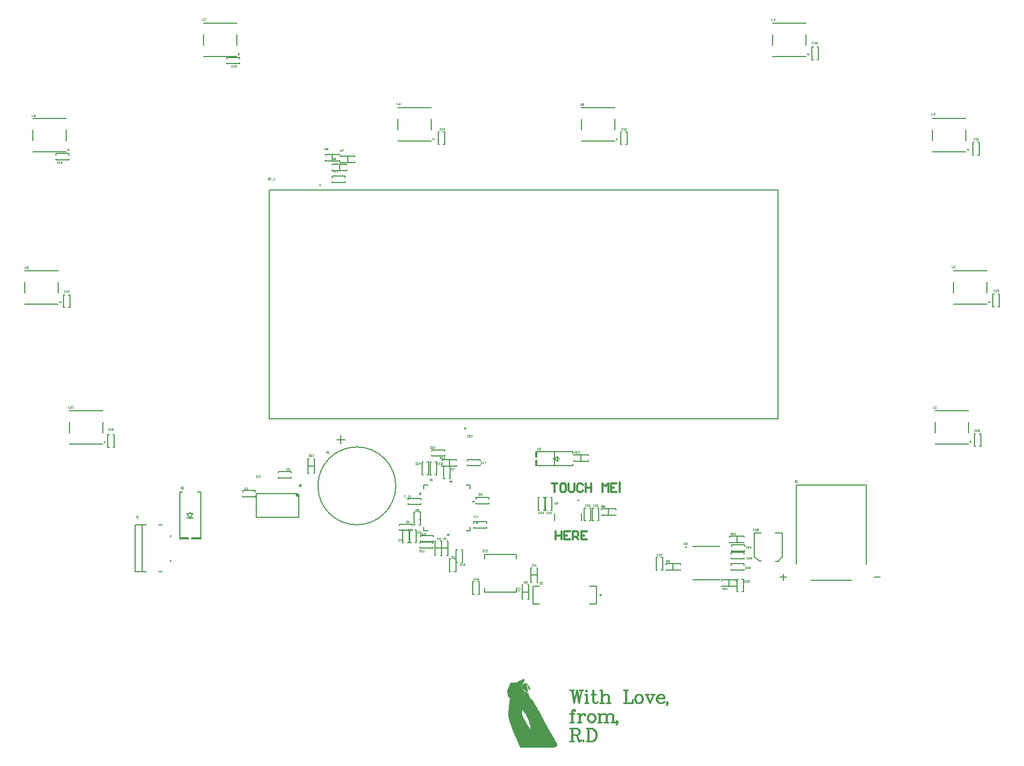
<source format=gbr>
%TF.GenerationSoftware,Altium Limited,Altium Designer,24.6.1 (21)*%
G04 Layer_Color=65535*
%FSLAX45Y45*%
%MOMM*%
%TF.SameCoordinates,D6E34864-ACFE-43FA-A01B-F9739AC3D18D*%
%TF.FilePolarity,Positive*%
%TF.FileFunction,Legend,Top*%
%TF.Part,Single*%
G01*
G75*
%TA.AperFunction,NonConductor*%
%ADD35C,0.20000*%
%ADD50C,0.25000*%
%ADD51C,0.15240*%
%ADD52C,0.00000*%
%ADD53C,0.15000*%
%ADD54C,0.12700*%
%ADD55C,0.25400*%
%ADD56C,0.09000*%
%ADD57C,0.35400*%
G36*
X-1039340Y5282410D02*
X-1077440D01*
Y5307810D01*
X-1039340D01*
Y5282410D01*
D02*
G37*
G36*
X-1524790Y5076960D02*
X-1550190D01*
Y5115060D01*
X-1524790D01*
Y5076960D01*
D02*
G37*
G36*
X-3457100Y5079900D02*
X-3449600Y5049900D01*
X-3464600D01*
X-3494600Y5079900D01*
Y5099900D01*
X-3457100Y5079900D01*
D02*
G37*
G36*
X-686590Y4956960D02*
X-711990D01*
Y4995060D01*
X-686590D01*
Y4956960D01*
D02*
G37*
G36*
X-1524790Y4676960D02*
X-1550190D01*
Y4715060D01*
X-1524790D01*
Y4676960D01*
D02*
G37*
G36*
X-1079340Y4444210D02*
X-1117440D01*
Y4469610D01*
X-1079340D01*
Y4444210D01*
D02*
G37*
G36*
X93657Y2182389D02*
X98367D01*
Y2172968D01*
X100722D01*
Y2170613D01*
X98367D01*
Y2168258D01*
X96012D01*
Y2165903D01*
X93657D01*
Y2163548D01*
X91302D01*
Y2161193D01*
X96012D01*
Y2163548D01*
X100722D01*
Y2165903D01*
X105432D01*
Y2163548D01*
X103077D01*
Y2158837D01*
X100722D01*
Y2156482D01*
X96012D01*
Y2149417D01*
X93657D01*
Y2151772D01*
X91302D01*
Y2142352D01*
X88946D01*
Y2144707D01*
X86591D01*
Y2132931D01*
X84236D01*
Y2125866D01*
X81881D01*
Y2118801D01*
X79526D01*
Y2116446D01*
X77171D01*
Y2114091D01*
X79526D01*
Y2111735D01*
X81881D01*
Y2104670D01*
X84236D01*
Y2107025D01*
X86591D01*
Y2102315D01*
X88946D01*
Y2107025D01*
X91302D01*
Y2109380D01*
X96012D01*
Y2111735D01*
X98367D01*
Y2116446D01*
X100722D01*
Y2123511D01*
X107787D01*
Y2121156D01*
X114853D01*
Y2118801D01*
X121918D01*
Y2116446D01*
X128983D01*
Y2114091D01*
X131339D01*
Y2111735D01*
X136049D01*
Y2109380D01*
X140759D01*
Y2104670D01*
X143114D01*
Y2102315D01*
X145469D01*
Y2099960D01*
X147824D01*
Y2097605D01*
X150180D01*
Y2095250D01*
X152535D01*
Y2092894D01*
X154890D01*
Y2090539D01*
X157245D01*
Y2085829D01*
X159600D01*
Y2083474D01*
X161955D01*
Y2081119D01*
X164310D01*
Y2076409D01*
X166665D01*
Y2071698D01*
X169020D01*
Y2066988D01*
X171376D01*
Y2064633D01*
X173731D01*
Y2057568D01*
X176086D01*
Y2062278D01*
X178441D01*
Y2057568D01*
X180796D01*
Y2052857D01*
X183151D01*
Y2050502D01*
X185506D01*
Y2041082D01*
X187861D01*
Y2029306D01*
X185506D01*
Y2026951D01*
X183151D01*
Y2024596D01*
X180796D01*
Y2022241D01*
X185506D01*
Y2019886D01*
X183151D01*
Y2017531D01*
X180796D01*
Y2015176D01*
X178441D01*
Y2012820D01*
X173731D01*
Y2010465D01*
X171376D01*
Y2012820D01*
X169020D01*
Y2017531D01*
X166665D01*
Y2024596D01*
X164310D01*
Y2029306D01*
X161955D01*
Y2036372D01*
X159600D01*
Y2043437D01*
X157245D01*
Y2050502D01*
X154890D01*
Y2057568D01*
X152535D01*
Y2064633D01*
X150180D01*
Y2069343D01*
X147824D01*
Y2076409D01*
X145469D01*
Y2081119D01*
X143114D01*
Y2085829D01*
X140759D01*
Y2090539D01*
X138404D01*
Y2095250D01*
X136049D01*
Y2097605D01*
X131339D01*
Y2099960D01*
X128983D01*
Y2097605D01*
X131339D01*
Y2092894D01*
X133694D01*
Y2090539D01*
X136049D01*
Y2088184D01*
X133694D01*
Y2076409D01*
X136049D01*
Y2071698D01*
X138404D01*
Y2069343D01*
X140759D01*
Y2066988D01*
X138404D01*
Y2064633D01*
X140759D01*
Y2059923D01*
X143114D01*
Y2052857D01*
X145469D01*
Y2043437D01*
X147824D01*
Y2038727D01*
X145469D01*
Y2034017D01*
X147824D01*
Y2031661D01*
X150180D01*
Y2029306D01*
X147824D01*
Y2024596D01*
X145469D01*
Y2029306D01*
X143114D01*
Y2024596D01*
X145469D01*
Y2019886D01*
X143114D01*
Y2015176D01*
X147824D01*
Y2005755D01*
X150180D01*
Y2003400D01*
X152535D01*
Y2005755D01*
X154890D01*
Y2008110D01*
X157245D01*
Y2003400D01*
X154890D01*
Y2001045D01*
X152535D01*
Y1998690D01*
X157245D01*
Y1996335D01*
X159600D01*
Y1993980D01*
X157245D01*
Y1996335D01*
X154890D01*
Y1993980D01*
X157245D01*
Y1991625D01*
X154890D01*
Y1993980D01*
X152535D01*
Y1991625D01*
X154890D01*
Y1986914D01*
X157245D01*
Y1982204D01*
X154890D01*
Y1977494D01*
X157245D01*
Y1975139D01*
X159600D01*
Y1972784D01*
X157245D01*
Y1975139D01*
X154890D01*
Y1972784D01*
X152535D01*
Y1968074D01*
X150180D01*
Y1972784D01*
X147824D01*
Y1968074D01*
X145469D01*
Y1963363D01*
X147824D01*
Y1965718D01*
X157245D01*
Y1970429D01*
X159600D01*
Y1958653D01*
X157245D01*
Y1963363D01*
X154890D01*
Y1958653D01*
X157245D01*
Y1953943D01*
X159600D01*
Y1956298D01*
X161955D01*
Y1951588D01*
X164310D01*
Y1949233D01*
X166665D01*
Y1946877D01*
X159600D01*
Y1944522D01*
X157245D01*
Y1942167D01*
X154890D01*
Y1937457D01*
X157245D01*
Y1939812D01*
X159600D01*
Y1942167D01*
X161955D01*
Y1937457D01*
D01*
D01*
X164310D01*
Y1935102D01*
X166665D01*
Y1932747D01*
X164310D01*
Y1925681D01*
X166665D01*
Y1920971D01*
X169020D01*
Y1925681D01*
X166665D01*
Y1930392D01*
X169020D01*
Y1925681D01*
X171376D01*
Y1928037D01*
X173731D01*
Y1923326D01*
X171376D01*
Y1920971D01*
X176086D01*
Y1913906D01*
X178441D01*
Y1916261D01*
X180796D01*
Y1911551D01*
X183151D01*
Y1906840D01*
X185506D01*
Y1899775D01*
X187861D01*
Y1897420D01*
X185506D01*
Y1892710D01*
X183151D01*
Y1890355D01*
X187861D01*
Y1895065D01*
X190217D01*
Y1899775D01*
X192572D01*
Y1897420D01*
X194927D01*
Y1895065D01*
X192572D01*
Y1890355D01*
X194927D01*
Y1878579D01*
X197282D01*
Y1880934D01*
X201992D01*
Y1878579D01*
X199637D01*
Y1876224D01*
X201992D01*
Y1869159D01*
X199637D01*
Y1866803D01*
X204347D01*
Y1873869D01*
X206702D01*
Y1869159D01*
X209057D01*
Y1871514D01*
X211413D01*
Y1864448D01*
X216123D01*
Y1859738D01*
X220833D01*
Y1857383D01*
X223188D01*
Y1850318D01*
X230253D01*
Y1847963D01*
X232608D01*
Y1845608D01*
X234963D01*
Y1838542D01*
D01*
D01*
X237319D01*
Y1831477D01*
X239674D01*
Y1836187D01*
X242029D01*
Y1831477D01*
X244384D01*
Y1824412D01*
X246739D01*
Y1814991D01*
X249094D01*
Y1817346D01*
X251449D01*
Y1812636D01*
X253804D01*
Y1805571D01*
X256160D01*
Y1800861D01*
X258515D01*
Y1796150D01*
X260870D01*
Y1793795D01*
X263225D01*
Y1791440D01*
X265580D01*
Y1786730D01*
X267935D01*
Y1782020D01*
X270290D01*
Y1777309D01*
X272645D01*
Y1774954D01*
X270290D01*
Y1772599D01*
X275000D01*
Y1767889D01*
X277356D01*
Y1765534D01*
X279711D01*
Y1760824D01*
X282066D01*
Y1756113D01*
X284421D01*
Y1753758D01*
X286776D01*
Y1751403D01*
X289131D01*
Y1746693D01*
X291486D01*
Y1741983D01*
X293841D01*
Y1739627D01*
X296197D01*
Y1737272D01*
X298552D01*
Y1732562D01*
X300907D01*
Y1727852D01*
X303262D01*
Y1723142D01*
X305617D01*
Y1718431D01*
X307972D01*
Y1716076D01*
X310327D01*
Y1711366D01*
X312682D01*
Y1709011D01*
X315037D01*
Y1704301D01*
X317393D01*
Y1699591D01*
X319748D01*
Y1697235D01*
X322103D01*
Y1692525D01*
X324458D01*
Y1687815D01*
X326813D01*
Y1683105D01*
X329168D01*
Y1680750D01*
X331523D01*
Y1676040D01*
X333878D01*
Y1671329D01*
X336234D01*
Y1664264D01*
X338589D01*
Y1661909D01*
X340944D01*
Y1657199D01*
X343299D01*
Y1652488D01*
X345654D01*
Y1645423D01*
X348009D01*
Y1643068D01*
X350364D01*
Y1636003D01*
X352719D01*
Y1631292D01*
X355074D01*
Y1626582D01*
X359785D01*
Y1617162D01*
X362140D01*
Y1614807D01*
X364495D01*
Y1610096D01*
X366850D01*
Y1607741D01*
X369205D01*
Y1600676D01*
X371560D01*
Y1595966D01*
X373915D01*
Y1591255D01*
X376270D01*
Y1586545D01*
X378625D01*
Y1584190D01*
X380981D01*
Y1579480D01*
X383336D01*
Y1574770D01*
X385691D01*
Y1570059D01*
X388046D01*
Y1567704D01*
X390401D01*
Y1560639D01*
X392756D01*
Y1555929D01*
X395111D01*
Y1553574D01*
X397466D01*
Y1548863D01*
X399821D01*
Y1546508D01*
X402176D01*
Y1541798D01*
X404532D01*
Y1534733D01*
X406887D01*
Y1530023D01*
X409242D01*
Y1525312D01*
X411597D01*
Y1522957D01*
X413952D01*
Y1518247D01*
X416307D01*
Y1511182D01*
X418662D01*
Y1508827D01*
X421017D01*
Y1504116D01*
X423373D01*
Y1497051D01*
X425728D01*
Y1494696D01*
X428083D01*
Y1487631D01*
X430438D01*
Y1482920D01*
X432793D01*
Y1478210D01*
X435148D01*
Y1473500D01*
X437503D01*
Y1471145D01*
X439858D01*
Y1466434D01*
X442213D01*
Y1461724D01*
X444569D01*
Y1457014D01*
X446924D01*
Y1452304D01*
X449279D01*
Y1449949D01*
X451634D01*
Y1447593D01*
X453989D01*
Y1442883D01*
X456344D01*
Y1440528D01*
X458699D01*
Y1435818D01*
X461054D01*
Y1433463D01*
X463410D01*
Y1426397D01*
X465765D01*
Y1421687D01*
X468120D01*
Y1414622D01*
X470475D01*
Y1409912D01*
X472830D01*
Y1405201D01*
X475185D01*
Y1400491D01*
X477540D01*
Y1395781D01*
X479895D01*
Y1391071D01*
X482250D01*
Y1388716D01*
X484606D01*
Y1384006D01*
X486961D01*
Y1379295D01*
X489316D01*
Y1376940D01*
X491671D01*
Y1372230D01*
X494026D01*
Y1367520D01*
X496381D01*
Y1365165D01*
X498736D01*
Y1360454D01*
X501091D01*
Y1355744D01*
X503447D01*
Y1351034D01*
X505802D01*
Y1346324D01*
X508157D01*
Y1341614D01*
X510512D01*
Y1339258D01*
X512867D01*
Y1334548D01*
X515222D01*
Y1332193D01*
X517577D01*
Y1327483D01*
X519932D01*
Y1325128D01*
X522287D01*
Y1322773D01*
X524642D01*
Y1318062D01*
X526998D01*
Y1315707D01*
X529353D01*
Y1310997D01*
X531708D01*
Y1308642D01*
X534063D01*
Y1303932D01*
X536418D01*
Y1299221D01*
X538773D01*
Y1294511D01*
X541128D01*
Y1292156D01*
X543483D01*
Y1287446D01*
X545838D01*
Y1282736D01*
X548193D01*
Y1280380D01*
X550549D01*
Y1275670D01*
X552904D01*
Y1270960D01*
X555259D01*
Y1266250D01*
X557614D01*
Y1261540D01*
X559969D01*
Y1256829D01*
X562324D01*
Y1254474D01*
X564679D01*
Y1249764D01*
X567034D01*
Y1245054D01*
X569390D01*
Y1242699D01*
X571745D01*
Y1237989D01*
X574100D01*
Y1233278D01*
X576455D01*
Y1230923D01*
X578810D01*
Y1226213D01*
X581165D01*
Y1221503D01*
X583520D01*
Y1216793D01*
X585875D01*
Y1214438D01*
X588230D01*
Y1209727D01*
X590586D01*
Y1205017D01*
X592941D01*
Y1200307D01*
X595296D01*
Y1197952D01*
X597651D01*
Y1193241D01*
X600006D01*
Y1188531D01*
X602361D01*
Y1183821D01*
X604716D01*
Y1179111D01*
X607071D01*
Y1176756D01*
X609427D01*
Y1172045D01*
X611782D01*
Y1127298D01*
X609427D01*
Y1124943D01*
X597651D01*
Y1122588D01*
X592941D01*
Y1120233D01*
X588230D01*
Y1117878D01*
X585875D01*
Y1115523D01*
X583520D01*
Y1113167D01*
X578810D01*
Y1110812D01*
X576455D01*
Y1108457D01*
X574100D01*
Y1106102D01*
X571745D01*
Y1103747D01*
X32424D01*
Y1106102D01*
X30069D01*
Y1113167D01*
X27714D01*
Y1117878D01*
X25359D01*
Y1122588D01*
X23004D01*
Y1129653D01*
X20648D01*
Y1134363D01*
X18293D01*
Y1139074D01*
X15938D01*
Y1146139D01*
X13583D01*
Y1150849D01*
X11228D01*
Y1157915D01*
X8873D01*
Y1162625D01*
X6518D01*
Y1169690D01*
X4163D01*
Y1174400D01*
X1807D01*
Y1181466D01*
X-548D01*
Y1186176D01*
X-2903D01*
Y1193241D01*
X-5258D01*
Y1197952D01*
X-7613D01*
Y1205017D01*
X-9968D01*
Y1209727D01*
X-12323D01*
Y1214438D01*
X-14678D01*
Y1219148D01*
X-17033D01*
Y1226213D01*
X-19389D01*
Y1230923D01*
X-21744D01*
Y1235633D01*
X-24099D01*
Y1240344D01*
X-26454D01*
Y1247409D01*
X-28809D01*
Y1252119D01*
X-31164D01*
Y1256829D01*
X-33519D01*
Y1261540D01*
X-35874D01*
Y1266250D01*
X-38230D01*
Y1273315D01*
X-40585D01*
Y1278025D01*
X-42940D01*
Y1282736D01*
X-45295D01*
Y1287446D01*
X-47650D01*
Y1292156D01*
X-50005D01*
Y1296866D01*
X-52360D01*
Y1301577D01*
X-54715D01*
Y1308642D01*
X-57070D01*
Y1313352D01*
X-59426D01*
Y1320417D01*
X-61781D01*
Y1325128D01*
X-64136D01*
Y1329838D01*
X-66491D01*
Y1334548D01*
X-68846D01*
Y1341614D01*
X-71201D01*
Y1346324D01*
X-73556D01*
Y1353389D01*
X-75911D01*
Y1358099D01*
X-78266D01*
Y1365165D01*
X-80622D01*
Y1369875D01*
X-82977D01*
Y1376940D01*
X-85332D01*
Y1381650D01*
X-87687D01*
Y1388716D01*
X-90042D01*
Y1395781D01*
X-92397D01*
Y1402846D01*
X-94752D01*
Y1407557D01*
X-97107D01*
Y1414622D01*
X-99462D01*
Y1421687D01*
X-101817D01*
Y1428753D01*
X-104173D01*
Y1435818D01*
X-106528D01*
Y1442883D01*
X-108883D01*
Y1449949D01*
X-111238D01*
Y1457014D01*
X-113593D01*
Y1461724D01*
X-115948D01*
Y1468790D01*
X-118303D01*
Y1475855D01*
X-120658D01*
Y1480565D01*
X-123013D01*
Y1487631D01*
X-125369D01*
Y1494696D01*
X-127724D01*
Y1501761D01*
X-130079D01*
Y1508827D01*
X-132434D01*
Y1515892D01*
X-134789D01*
Y1522957D01*
X-137144D01*
Y1530023D01*
X-139499D01*
Y1537088D01*
X-141854D01*
Y1544153D01*
X-144210D01*
Y1551218D01*
X-146565D01*
Y1560639D01*
X-148920D01*
Y1570059D01*
X-151275D01*
Y1581835D01*
X-153630D01*
Y1600676D01*
X-155985D01*
Y1664264D01*
X-153630D01*
Y1690170D01*
X-151275D01*
Y1711366D01*
X-148920D01*
Y1734917D01*
X-146565D01*
Y1763179D01*
X-144210D01*
Y1784375D01*
X-141854D01*
Y1800861D01*
X-139499D01*
Y1814991D01*
X-137144D01*
Y1831477D01*
X-134789D01*
Y1847963D01*
X-132434D01*
Y1871514D01*
X-130079D01*
Y1885644D01*
X-132434D01*
Y1888000D01*
X-141854D01*
Y1890355D01*
X-144210D01*
Y1892710D01*
X-146565D01*
Y1895065D01*
X-148920D01*
Y1897420D01*
X-151275D01*
Y1902130D01*
X-153630D01*
Y1906840D01*
X-155985D01*
Y1911551D01*
X-158340D01*
Y1918616D01*
X-160695D01*
Y1932747D01*
X-163050D01*
Y1949233D01*
X-165406D01*
Y1958653D01*
X-167761D01*
Y1968074D01*
X-170116D01*
Y1982204D01*
X-172471D01*
Y2005755D01*
X-170116D01*
Y2012820D01*
X-167761D01*
Y2017531D01*
X-165406D01*
Y2024596D01*
X-163050D01*
Y2029306D01*
X-160695D01*
Y2036372D01*
X-158340D01*
Y2041082D01*
X-155985D01*
Y2048147D01*
X-153630D01*
Y2052857D01*
X-151275D01*
Y2057568D01*
X-148920D01*
Y2064633D01*
X-146565D01*
Y2069343D01*
X-144210D01*
Y2074054D01*
X-141854D01*
Y2078764D01*
X-139499D01*
Y2083474D01*
X-137144D01*
Y2090539D01*
X-134789D01*
Y2095250D01*
X-132434D01*
Y2102315D01*
X-130079D01*
Y2109380D01*
X-127724D01*
Y2114091D01*
X-125369D01*
Y2118801D01*
X-123013D01*
Y2121156D01*
X-120658D01*
Y2123511D01*
X-118303D01*
Y2125866D01*
X-113593D01*
Y2128221D01*
X-106528D01*
Y2130576D01*
X-42940D01*
Y2128221D01*
X-35874D01*
Y2130576D01*
X-33519D01*
Y2128221D01*
X-14678D01*
Y2130576D01*
X-12323D01*
Y2132931D01*
X-9968D01*
Y2137642D01*
X-7613D01*
Y2142352D01*
X-5258D01*
Y2144707D01*
X-2903D01*
Y2147062D01*
X-548D01*
Y2149417D01*
X1807D01*
Y2151772D01*
X4163D01*
Y2154127D01*
X11228D01*
Y2156482D01*
X23004D01*
Y2158837D01*
X34779D01*
Y2161193D01*
X39489D01*
Y2163548D01*
X44200D01*
Y2165903D01*
X48910D01*
Y2168258D01*
X55975D01*
Y2170613D01*
X58330D01*
Y2172968D01*
X60685D01*
Y2175323D01*
X65396D01*
Y2177678D01*
X67751D01*
Y2180033D01*
X72461D01*
Y2182389D01*
X77171D01*
Y2184744D01*
X93657D01*
Y2182389D01*
D02*
G37*
G36*
X187861Y2022241D02*
X185506D01*
Y2024596D01*
X187861D01*
Y2022241D01*
D02*
G37*
G36*
X150180Y2019886D02*
Y2017531D01*
Y2015176D01*
X147824D01*
Y2022241D01*
X150180D01*
Y2019886D01*
D02*
G37*
G36*
X152535Y2008110D02*
X150180D01*
Y2010465D01*
X152535D01*
Y2008110D01*
D02*
G37*
G36*
X161955Y1984559D02*
Y1982204D01*
X159600D01*
Y1986914D01*
X161955D01*
Y1984559D01*
D02*
G37*
G36*
X166665Y1953943D02*
X164310D01*
Y1956298D01*
X166665D01*
Y1953943D01*
D02*
G37*
G36*
X169020Y1942167D02*
X166665D01*
Y1944522D01*
X169020D01*
Y1942167D01*
D02*
G37*
G36*
X173731Y1939812D02*
X171376D01*
Y1942167D01*
X173731D01*
Y1939812D01*
D02*
G37*
G36*
X166665Y1937457D02*
X164310D01*
Y1942167D01*
X166665D01*
Y1937457D01*
D02*
G37*
G36*
X173731Y1935102D02*
X171376D01*
Y1937457D01*
X173731D01*
Y1935102D01*
D02*
G37*
G36*
X171376Y1930392D02*
X169020D01*
Y1932747D01*
Y1935102D01*
X171376D01*
Y1930392D01*
D02*
G37*
G36*
X178441Y1920971D02*
X176086D01*
Y1923326D01*
Y1925681D01*
Y1928037D01*
X178441D01*
Y1920971D01*
D02*
G37*
G36*
X190217Y1902130D02*
X187861D01*
Y1906840D01*
X190217D01*
Y1902130D01*
D02*
G37*
%LPC*%
G36*
X74816Y2123511D02*
X72461D01*
Y2121156D01*
X74816D01*
Y2123511D01*
D02*
G37*
G36*
X79526Y2102315D02*
X77171D01*
Y2099960D01*
X79526D01*
Y2102315D01*
D02*
G37*
G36*
X58330Y2088184D02*
X55975D01*
Y2085829D01*
X58330D01*
Y2088184D01*
D02*
G37*
G36*
X67751Y2104670D02*
X65396D01*
Y2099960D01*
X67751D01*
Y2092894D01*
Y2090539D01*
Y2083474D01*
X70106D01*
Y2085829D01*
X72461D01*
Y2097605D01*
X70106D01*
Y2102315D01*
X67751D01*
Y2104670D01*
D02*
G37*
G36*
X48910Y2078764D02*
X46555D01*
Y2076409D01*
Y2074054D01*
X48910D01*
Y2066988D01*
X51265D01*
Y2064633D01*
X53620D01*
Y2066988D01*
X51265D01*
Y2074054D01*
X48910D01*
Y2078764D01*
D02*
G37*
G36*
X46555Y2066988D02*
X44200D01*
Y2064633D01*
X46555D01*
Y2066988D01*
D02*
G37*
G36*
X143114Y2052857D02*
X140759D01*
Y2050502D01*
X143114D01*
Y2052857D01*
D02*
G37*
G36*
X65396Y2048147D02*
X63040D01*
Y2043437D01*
X65396D01*
Y2041082D01*
X67751D01*
X70106Y2038727D01*
Y2036372D01*
X72461D01*
Y2034017D01*
X74816D01*
Y2031661D01*
X77171D01*
Y2036372D01*
X74816D01*
Y2038727D01*
X72461D01*
Y2041082D01*
X70106D01*
Y2043437D01*
X67751D01*
Y2045792D01*
X65396D01*
Y2048147D01*
D02*
G37*
G36*
X81881Y2034017D02*
X79526D01*
Y2029306D01*
X81881Y2026951D01*
X84236D01*
Y2024596D01*
X81881D01*
Y2022241D01*
X84236D01*
Y2017531D01*
X86591D01*
Y2019886D01*
X91302D01*
Y2022241D01*
X88946D01*
Y2024596D01*
X86591D01*
Y2026951D01*
X84236D01*
Y2029306D01*
X81881D01*
Y2034017D01*
D02*
G37*
G36*
X143114Y2012820D02*
X140759D01*
Y2010465D01*
X143114D01*
Y2012820D01*
D02*
G37*
G36*
X93657Y2010465D02*
X88946D01*
Y2008110D01*
X91302D01*
Y2005755D01*
X93657D01*
Y2010465D01*
D02*
G37*
G36*
X96012Y2019886D02*
X93657D01*
Y2017531D01*
X88946D01*
Y2012820D01*
X91302D01*
Y2015176D01*
X93657D01*
Y2010465D01*
X96012D01*
Y1998690D01*
X93657D01*
Y2001045D01*
X91302D01*
Y1998690D01*
X93657D01*
Y1993980D01*
X96012D01*
Y1991625D01*
X98367D01*
Y1989269D01*
X100722D01*
Y1991625D01*
X103077D01*
Y1993980D01*
X105432D01*
Y1991625D01*
X107787D01*
Y1989269D01*
X105432D01*
Y1984559D01*
X107787D01*
Y1986914D01*
X110143D01*
Y1984559D01*
X107787D01*
Y1979849D01*
X110143D01*
Y1975139D01*
X112498D01*
Y1979849D01*
X110143D01*
Y1982204D01*
X114853D01*
Y1989269D01*
X117208Y1991625D01*
Y1998690D01*
X114853D01*
Y1993980D01*
Y1991625D01*
X112498D01*
Y2001045D01*
X110143D01*
Y1998690D01*
X107787D01*
Y2005755D01*
X105432D01*
Y2008110D01*
X103077D01*
Y2010465D01*
X100722D01*
Y2012820D01*
X98367D01*
Y2017531D01*
X96012D01*
Y2019886D01*
D02*
G37*
G36*
X88946Y2001045D02*
X86591D01*
Y1998690D01*
X88946D01*
Y2001045D01*
D02*
G37*
G36*
X150180D02*
X147824D01*
Y1993980D01*
X150180D01*
Y2001045D01*
D02*
G37*
G36*
X140759Y1996335D02*
X138404D01*
Y1993980D01*
X140759D01*
Y1996335D01*
D02*
G37*
G36*
X145469Y1993980D02*
X143114D01*
Y1991625D01*
X145469D01*
Y1993980D01*
D02*
G37*
G36*
X91302Y1996335D02*
X88946D01*
Y1993980D01*
X91302D01*
Y1991625D01*
X93657D01*
Y1993980D01*
X91302D01*
Y1996335D01*
D02*
G37*
G36*
X128983Y1993980D02*
X126628D01*
Y1989269D01*
X128983D01*
Y1993980D01*
D02*
G37*
G36*
X145469Y1989269D02*
X143114D01*
Y1986914D01*
X145469D01*
Y1989269D01*
D02*
G37*
G36*
X124273Y1991625D02*
X121918D01*
Y1986914D01*
X124273D01*
Y1989269D01*
Y1991625D01*
D02*
G37*
G36*
X119563Y1989269D02*
X117208D01*
Y1986914D01*
X119563D01*
Y1989269D01*
D02*
G37*
G36*
X88946Y1986914D02*
X86591D01*
Y1984559D01*
X88946D01*
Y1986914D01*
D02*
G37*
G36*
X152535Y1991625D02*
X147824D01*
Y1986914D01*
X150180D01*
Y1982204D01*
X152535D01*
Y1986914D01*
X150180D01*
Y1989269D01*
X152535D01*
Y1991625D01*
D02*
G37*
G36*
X145469Y1982204D02*
X143114D01*
Y1979849D01*
X145469D01*
Y1982204D01*
D02*
G37*
G36*
X100722D02*
X98367D01*
Y1979849D01*
X100722D01*
Y1982204D01*
D02*
G37*
G36*
X152535Y1979849D02*
X150180D01*
Y1975139D01*
X152535D01*
Y1979849D01*
D02*
G37*
G36*
X147824Y1977494D02*
X145469D01*
Y1975139D01*
X147824D01*
Y1977494D01*
D02*
G37*
G36*
X117208Y1979849D02*
X114853D01*
Y1977494D01*
Y1975139D01*
X117208D01*
Y1972784D01*
X119563D01*
Y1975139D01*
X117208D01*
Y1979849D01*
D02*
G37*
G36*
X145469Y1972784D02*
X143114D01*
Y1970429D01*
X145469D01*
Y1972784D01*
D02*
G37*
G36*
X117208D02*
X114853D01*
Y1970429D01*
X117208D01*
Y1972784D01*
D02*
G37*
G36*
Y1968074D02*
X114853D01*
Y1965718D01*
X117208D01*
Y1968074D01*
D02*
G37*
G36*
X107787Y1970429D02*
X105432D01*
Y1965718D01*
X107787D01*
Y1968074D01*
Y1970429D01*
D02*
G37*
G36*
X138404Y1965718D02*
X136049D01*
Y1963363D01*
X138404D01*
Y1965718D01*
D02*
G37*
G36*
X126628D02*
X124273D01*
Y1963363D01*
X126628D01*
Y1965718D01*
D02*
G37*
G36*
X121918D02*
X119563D01*
Y1963363D01*
X121918D01*
Y1965718D01*
D02*
G37*
G36*
X96012D02*
X93657D01*
Y1963363D01*
X96012D01*
Y1965718D01*
D02*
G37*
G36*
X105432Y1963363D02*
X103077D01*
Y1961008D01*
X105432D01*
Y1963363D01*
D02*
G37*
G36*
X114853Y1961008D02*
X112498D01*
Y1958653D01*
X114853D01*
Y1961008D01*
D02*
G37*
G36*
X152535Y1953943D02*
X150180D01*
Y1951588D01*
X152535D01*
Y1953943D01*
D02*
G37*
G36*
X124273D02*
X121918D01*
Y1951588D01*
X124273D01*
Y1953943D01*
D02*
G37*
G36*
X161955Y1951588D02*
X157245D01*
Y1949233D01*
X161955D01*
Y1951588D01*
D02*
G37*
G36*
Y1937457D02*
X159600D01*
Y1935102D01*
X161955D01*
Y1937457D01*
D01*
D01*
D02*
G37*
G36*
Y1932747D02*
X157245D01*
Y1930392D01*
X161955D01*
Y1932747D01*
D02*
G37*
G36*
Y1918616D02*
X159600D01*
Y1916261D01*
X161955D01*
Y1918616D01*
D02*
G37*
G36*
X166665Y1916261D02*
X164310D01*
Y1913906D01*
X166665D01*
Y1916261D01*
D02*
G37*
G36*
X173731Y1918616D02*
X169020D01*
Y1916261D01*
X171376D01*
Y1911551D01*
X173731D01*
Y1909196D01*
X176086D01*
Y1911551D01*
X173731D01*
Y1918616D01*
D02*
G37*
G36*
X180796Y1909196D02*
X178441D01*
Y1904485D01*
X180796D01*
Y1909196D01*
D02*
G37*
G36*
X183151Y1897420D02*
X180796D01*
Y1895065D01*
X183151D01*
Y1897420D01*
D02*
G37*
G36*
X192572Y1890355D02*
X190217D01*
Y1888000D01*
X192572D01*
Y1890355D01*
D02*
G37*
G36*
X199637Y1876224D02*
X197282D01*
Y1871514D01*
X199637D01*
Y1876224D01*
D02*
G37*
G36*
X197282Y1869159D02*
X194927D01*
Y1866803D01*
X197282D01*
Y1869159D01*
D02*
G37*
G36*
X211413Y1864448D02*
X209057D01*
Y1859738D01*
X211413D01*
Y1864448D01*
D02*
G37*
G36*
X204347Y1862093D02*
X201992D01*
Y1859738D01*
X204347D01*
Y1862093D01*
D02*
G37*
G36*
X199637D02*
X197282D01*
Y1859738D01*
X199637D01*
Y1862093D01*
D02*
G37*
G36*
X216123Y1859738D02*
X213768D01*
Y1857383D01*
X216123D01*
Y1859738D01*
D02*
G37*
G36*
X209057D02*
X206702D01*
Y1857383D01*
X209057D01*
Y1859738D01*
D02*
G37*
G36*
X227898Y1845608D02*
X225543D01*
Y1843252D01*
X227898D01*
Y1840897D01*
X230253D01*
Y1838542D01*
X232608D01*
Y1836187D01*
X234963D01*
Y1838542D01*
D01*
D01*
X232608D01*
Y1843252D01*
X227898D01*
Y1845608D01*
D02*
G37*
G36*
X232608Y1833832D02*
X230253D01*
Y1831477D01*
X232608D01*
Y1833832D01*
D02*
G37*
G36*
X242029Y1826767D02*
X239674D01*
Y1824412D01*
X242029D01*
Y1822057D01*
X244384D01*
Y1824412D01*
X242029D01*
Y1826767D01*
D02*
G37*
G36*
X256160Y1796150D02*
X253804D01*
Y1793795D01*
X256160D01*
Y1796150D01*
D02*
G37*
G36*
X260870Y1793795D02*
X258515D01*
Y1789085D01*
X260870D01*
Y1793795D01*
D02*
G37*
G36*
X63040Y1706656D02*
X60685D01*
Y1694880D01*
X63040D01*
Y1666619D01*
X60685D01*
Y1657199D01*
X58330D01*
Y1643068D01*
X60685D01*
Y1636003D01*
X63040D01*
Y1626582D01*
X65396D01*
Y1619517D01*
X67751D01*
Y1610096D01*
X70106D01*
Y1605386D01*
X72461D01*
Y1598321D01*
X74816D01*
Y1591255D01*
X77171D01*
Y1586545D01*
X79526D01*
Y1581835D01*
X81881D01*
Y1577125D01*
X84236D01*
Y1572414D01*
X86591D01*
Y1567704D01*
X88946D01*
Y1562994D01*
X91302D01*
Y1558284D01*
X93657D01*
Y1553574D01*
X96012D01*
Y1551218D01*
X98367D01*
Y1546508D01*
X100722D01*
Y1541798D01*
X103077D01*
Y1537088D01*
X105432D01*
Y1534733D01*
X107787D01*
Y1530023D01*
X110143D01*
Y1527667D01*
Y1525312D01*
X112498D01*
Y1522957D01*
X114853D01*
Y1518247D01*
X117208D01*
Y1515892D01*
X119563D01*
Y1511182D01*
X121918D01*
Y1508827D01*
X124273D01*
Y1501761D01*
X126628D01*
Y1497051D01*
X128983D01*
Y1494696D01*
X131339D01*
Y1489986D01*
X133694D01*
Y1485275D01*
X136049D01*
Y1482920D01*
X138404D01*
Y1478210D01*
X140759D01*
Y1473500D01*
X143114D01*
Y1471145D01*
X145469D01*
Y1466434D01*
X147824D01*
Y1461724D01*
X150180D01*
Y1459369D01*
X152535D01*
Y1454659D01*
X154890D01*
Y1452304D01*
X157245D01*
Y1447593D01*
X159600D01*
Y1442883D01*
X161955D01*
Y1438173D01*
X166665D01*
Y1433463D01*
X169020D01*
Y1431108D01*
X171376D01*
Y1428753D01*
X169020D01*
Y1426397D01*
X171376D01*
Y1421687D01*
X173731D01*
Y1416977D01*
X176086D01*
Y1412267D01*
X178441D01*
Y1409912D01*
X180796D01*
Y1412267D01*
X183151D01*
Y1407557D01*
X180796D01*
Y1405201D01*
X183151D01*
Y1402846D01*
X185506D01*
Y1398136D01*
X187861D01*
Y1395781D01*
X190217D01*
Y1388716D01*
X194927D01*
Y1395781D01*
X192572D01*
Y1402846D01*
X194927D01*
Y1412267D01*
X192572D01*
Y1424042D01*
X190217D01*
Y1440528D01*
X187861D01*
Y1452304D01*
X185506D01*
Y1464079D01*
X183151D01*
Y1475855D01*
X180796D01*
Y1487631D01*
X178441D01*
Y1497051D01*
X176086D01*
Y1504116D01*
X173731D01*
Y1513537D01*
X171376D01*
Y1520602D01*
X169020D01*
Y1527667D01*
X166665D01*
Y1532378D01*
X164310D01*
Y1539443D01*
X161955D01*
Y1544153D01*
X159600D01*
Y1548863D01*
X157245D01*
Y1553574D01*
X154890D01*
Y1558284D01*
X152535D01*
Y1562994D01*
X150180D01*
Y1567704D01*
X147824D01*
Y1572414D01*
X145469D01*
Y1577125D01*
X143114D01*
Y1581835D01*
X140759D01*
Y1586545D01*
X138404D01*
Y1591255D01*
X136049D01*
Y1595966D01*
X133694D01*
Y1603031D01*
X131339D01*
Y1607741D01*
X128983D01*
Y1614807D01*
X126628D01*
Y1619517D01*
X124273D01*
Y1624227D01*
X121918D01*
Y1628937D01*
X119563D01*
Y1633647D01*
X117208D01*
Y1638358D01*
X114853D01*
Y1640713D01*
X112498D01*
Y1643068D01*
X110143D01*
Y1645423D01*
X107787D01*
Y1647778D01*
X103077D01*
Y1650133D01*
X100722D01*
Y1652488D01*
X98367D01*
Y1654844D01*
X96012D01*
Y1659554D01*
X93657D01*
Y1661909D01*
X91302D01*
Y1664264D01*
X88946D01*
Y1668974D01*
X86591D01*
Y1673684D01*
X84236D01*
Y1676040D01*
X81881D01*
Y1680750D01*
X79526D01*
Y1685460D01*
X77171D01*
Y1690170D01*
X74816D01*
Y1694880D01*
X72461D01*
Y1697235D01*
X70106D01*
Y1699591D01*
X67751D01*
Y1701946D01*
X65396D01*
Y1704301D01*
X63040D01*
Y1706656D01*
D02*
G37*
%LPD*%
G36*
X98367Y2010465D02*
X96012D01*
Y2012820D01*
X98367D01*
Y2010465D01*
D02*
G37*
G36*
X103077Y2001045D02*
X100722D01*
Y2003400D01*
X103077D01*
Y2001045D01*
D02*
G37*
G36*
X107787Y1996335D02*
X110143D01*
Y1991625D01*
X107787D01*
Y1993980D01*
X105432D01*
Y1998690D01*
X107787D01*
Y1996335D01*
D02*
G37*
G36*
X98367D02*
Y1993980D01*
X100722D01*
Y1991625D01*
X98367D01*
Y1993980D01*
X96012D01*
Y1998690D01*
X98367D01*
Y1996335D01*
D02*
G37*
G36*
X112498Y1986914D02*
X110143D01*
Y1989269D01*
X112498D01*
Y1986914D01*
D02*
G37*
D35*
X-3105390Y9952010D02*
G03*
X-3105390Y9952010I-10000J0D01*
G01*
X-3494600Y5094900D02*
G03*
X-3449600Y5049900I45000J0D01*
G01*
X1306810Y3504410D02*
G03*
X1306810Y3504410I-10000J0D01*
G01*
X4047373Y4036743D02*
X4082373D01*
X4157373Y4111743D01*
Y4481743D01*
X4047373D02*
X4157373D01*
X3791210Y4038710D02*
X3826210D01*
X3716210Y4113710D02*
X3791210Y4038710D01*
X3716210Y4113710D02*
Y4483710D01*
X3826210D01*
X-5911190Y3871010D02*
X-5841190D01*
X-5651190D02*
X-5601190D01*
X-5461190Y4031010D02*
Y4061010D01*
Y4421010D02*
Y4451010D01*
X-5651190Y4611010D02*
X-5601190D01*
X-5911190D02*
X-5841190D01*
X-5911190Y3871010D02*
Y4611010D01*
X-6021190D02*
X-5911190D01*
X-6021190Y3871010D02*
Y4611010D01*
Y3871010D02*
X-5911190D01*
X-5156990Y4791710D02*
Y4811710D01*
Y4711710D02*
Y4721710D01*
X-5206990Y4791710D02*
X-5116990D01*
X-5206990D02*
X-5156990Y4721710D01*
X-5116990Y4791710D01*
X-5206990Y4721710D02*
X-5106990D01*
X-5322090Y4386710D02*
X-5182390D01*
X-5322090D02*
Y5130010D01*
X-5182390Y4386710D02*
Y4406110D01*
X-5322090D02*
X-5182390D01*
X-5131590D02*
X-4991890D01*
X-5131590Y4386710D02*
Y4406110D01*
X-5322090Y5130010D02*
X-5274490D01*
X-5131590Y4386710D02*
X-4991890D01*
X-5039490Y5130010D02*
X-4991890D01*
Y4386710D02*
Y5130010D01*
X-3449600Y4729900D02*
Y5077400D01*
X-3472100Y5099900D02*
X-3449600Y5077400D01*
X-4119600Y5099900D02*
X-3472100D01*
X-3494600Y5094900D02*
Y5099900D01*
X-4119600Y4729900D02*
Y5099900D01*
Y4729900D02*
X-3449600D01*
D50*
X-3412100Y5229900D02*
G03*
X-3412100Y5229900I-12500J0D01*
G01*
D51*
X-1924650Y5222911D02*
G03*
X-1924650Y5222911I-612140J0D01*
G01*
X954270Y4994980D02*
G03*
X954270Y4994980I-10160J0D01*
G01*
X-817890Y6125970D02*
G03*
X-817890Y6125970I-12700J0D01*
G01*
X2746220Y4275300D02*
X3170400D01*
X2746220Y3749520D02*
X3170400D01*
X7082000Y6061274D02*
Y6230746D01*
X6556220Y5883120D02*
X7082000D01*
X6556220Y6061274D02*
Y6230746D01*
Y6408900D02*
X7082000D01*
X7374100Y8257174D02*
Y8426646D01*
X6848320Y8079020D02*
X7374100D01*
X6848320Y8257174D02*
Y8426646D01*
Y8604800D02*
X7374100D01*
X6518120Y11004800D02*
X7043900D01*
X6518120Y10657174D02*
Y10826646D01*
Y10479020D02*
X7043900D01*
Y10657174D02*
Y10826646D01*
X4529300Y12157174D02*
Y12326646D01*
X4003520Y11979020D02*
X4529300D01*
X4003520Y12157174D02*
Y12326646D01*
Y12504800D02*
X4529300D01*
X993620Y10645620D02*
X1519400D01*
X993620Y10823774D02*
Y10993246D01*
Y11171400D02*
X1519400D01*
Y10823774D02*
Y10993246D01*
X-1363500Y10823774D02*
Y10993246D01*
X-1889280Y10645620D02*
X-1363500D01*
X-1889280Y10823774D02*
Y10993246D01*
Y11171400D02*
X-1363500D01*
X-4424200Y12157274D02*
Y12326746D01*
X-4949980Y11979120D02*
X-4424200D01*
X-4949980Y12157274D02*
Y12326746D01*
Y12504900D02*
X-4424200D01*
X-7103900Y10657174D02*
Y10826646D01*
X-7629680Y10479020D02*
X-7103900D01*
X-7629680Y10657174D02*
Y10826646D01*
Y11004800D02*
X-7103900D01*
X-7230900Y8257174D02*
Y8426646D01*
X-7756680Y8079020D02*
X-7230900D01*
X-7756680Y8257174D02*
Y8426646D01*
Y8604800D02*
X-7230900D01*
X-6532400Y6057174D02*
Y6226646D01*
X-7058180Y5879020D02*
X-6532400D01*
X-7058180Y6057174D02*
Y6226646D01*
Y6404800D02*
X-6532400D01*
X-2786790Y5885851D02*
Y6012851D01*
X-2850290Y5949351D02*
X-2723290D01*
X-816226Y4512790D02*
X-755170D01*
X-1481610D02*
Y4573846D01*
Y5239230D02*
X-1420554D01*
X-755170Y5178174D02*
Y5239230D01*
Y4512790D02*
Y4573846D01*
X-1481610Y4512790D02*
X-1420554D01*
X-1481610Y5178174D02*
Y5239230D01*
X-816226D02*
X-755170D01*
X574520Y4681772D02*
Y4790848D01*
X998700Y4681772D02*
Y4790848D01*
D52*
X34810Y3592310D02*
G03*
X34810Y3592310I-25000J0D01*
G01*
D53*
X-1206500Y4241800D02*
X-1104900D01*
X-1117600Y4356100D02*
X-1104900D01*
Y4127500D02*
Y4356100D01*
X-1117600Y4127500D02*
X-1104900D01*
X-1206500D02*
X-1193800D01*
X-1206500D02*
Y4356100D01*
X-1193800D01*
X-1308100Y4241800D02*
X-1206500D01*
X-1219200Y4356100D02*
X-1206500D01*
Y4127500D02*
Y4356100D01*
X-1219200Y4127500D02*
X-1206500D01*
X-1308100D02*
X-1295400D01*
X-1308100D02*
Y4356100D01*
X-1295400D01*
X-1541000Y4322600D02*
Y4342600D01*
X-1341000D01*
Y4322600D02*
Y4342600D01*
Y4242600D02*
Y4262600D01*
X-1541000Y4242600D02*
X-1341000D01*
X-1541000D02*
Y4262600D01*
X-1535100Y4424200D02*
Y4444200D01*
X-1335100D01*
Y4424200D02*
Y4444200D01*
Y4344200D02*
Y4364200D01*
X-1535100Y4344200D02*
X-1335100D01*
X-1535100D02*
Y4364200D01*
X2251710Y3899710D02*
X2271710D01*
Y4099710D01*
X2251710D02*
X2271710D01*
X2171710D02*
X2191710D01*
X2171710Y3899710D02*
Y4099710D01*
Y3899710D02*
X2191710D01*
X2323310Y3898110D02*
Y3910810D01*
Y3898110D02*
X2551910D01*
Y3910810D01*
Y3987010D02*
Y3999710D01*
X2323310D02*
X2551910D01*
X2323310Y3987010D02*
Y3999710D01*
X2437610Y3898110D02*
Y3999710D01*
X3428210Y3733010D02*
Y3745710D01*
X3199610D02*
X3428210D01*
X3199610Y3733010D02*
Y3745710D01*
Y3644110D02*
Y3656810D01*
Y3644110D02*
X3428210D01*
Y3656810D01*
X3313910Y3644110D02*
Y3745710D01*
X3541710Y3556810D02*
Y3756810D01*
X3521710D02*
X3541710D01*
X3441710D02*
X3461710D01*
X3441710Y3556810D02*
Y3756810D01*
Y3556810D02*
X3461710D01*
X3521710D02*
X3541710D01*
X3553610Y3978910D02*
Y3998910D01*
X3353610D02*
X3553610D01*
X3353610Y3978910D02*
Y3998910D01*
Y3898910D02*
Y3918910D01*
Y3898910D02*
X3553610D01*
Y3918910D01*
Y4156710D02*
Y4176710D01*
X3353610D02*
X3553610D01*
X3353610Y4156710D02*
Y4176710D01*
Y4076710D02*
Y4096710D01*
Y4076710D02*
X3553610D01*
Y4096710D01*
X3558087Y4274910D02*
Y4294910D01*
X3358087D02*
X3558087D01*
X3358087Y4274910D02*
Y4294910D01*
Y4194910D02*
Y4214910D01*
Y4194910D02*
X3558087D01*
Y4214910D01*
X3326610Y4329910D02*
Y4342610D01*
Y4329910D02*
X3555210D01*
Y4342610D01*
Y4418810D02*
Y4431510D01*
X3326610D02*
X3555210D01*
X3326610Y4418810D02*
Y4431510D01*
X3440910Y4329910D02*
Y4431510D01*
X7255510Y5842810D02*
X7275510D01*
Y6042810D01*
X7255510D02*
X7275510D01*
X7175510D02*
X7195510D01*
X7175510Y5842810D02*
Y6042810D01*
Y5842810D02*
X7195510D01*
X7547610Y8039910D02*
X7567610D01*
Y8239910D01*
X7547610D02*
X7567610D01*
X7467610D02*
X7487610D01*
X7467610Y8039910D02*
Y8239910D01*
Y8039910D02*
X7487610D01*
X7230110Y10427510D02*
X7250110D01*
Y10627510D01*
X7230110D02*
X7250110D01*
X7150110D02*
X7170110D01*
X7150110Y10427510D02*
Y10627510D01*
Y10427510D02*
X7170110D01*
X4702810Y11926110D02*
X4722810D01*
Y12126110D01*
X4702810D02*
X4722810D01*
X4622810D02*
X4642810D01*
X4622810Y11926110D02*
Y12126110D01*
Y11926110D02*
X4642810D01*
X1692910Y10592610D02*
X1712910D01*
Y10792610D01*
X1692910D02*
X1712910D01*
X1612910D02*
X1632910D01*
X1612910Y10592610D02*
Y10792610D01*
Y10592610D02*
X1632910D01*
X-1177290D02*
X-1157290D01*
Y10792610D01*
X-1177290D02*
X-1157290D01*
X-1257290D02*
X-1237290D01*
X-1257290Y10592610D02*
Y10792610D01*
Y10592610D02*
X-1237290D01*
X-4583890Y11861810D02*
Y11881810D01*
Y11861810D02*
X-4383890D01*
Y11881810D01*
Y11941810D02*
Y11961810D01*
X-4583890D02*
X-4383890D01*
X-4583890Y11941810D02*
Y11961810D01*
X-7263590Y10350510D02*
Y10370510D01*
Y10350510D02*
X-7063590D01*
Y10370510D01*
Y10430510D02*
Y10450510D01*
X-7263590D02*
X-7063590D01*
X-7263590Y10430510D02*
Y10450510D01*
X-7070090Y8027210D02*
X-7050090D01*
Y8227210D01*
X-7070090D02*
X-7050090D01*
X-7150090D02*
X-7130090D01*
X-7150090Y8027210D02*
Y8227210D01*
Y8027210D02*
X-7130090D01*
X-4331690Y5047610D02*
Y5067610D01*
Y5047610D02*
X-4131689D01*
Y5067610D01*
Y5127610D02*
Y5147610D01*
X-4331690D02*
X-4131689D01*
X-4331690Y5127610D02*
Y5147610D01*
X-3570300Y5427500D02*
Y5447500D01*
X-3770300D02*
X-3570300D01*
X-3770300Y5427500D02*
Y5447500D01*
Y5347500D02*
Y5367500D01*
Y5347500D02*
X-3570300D01*
Y5367500D01*
X-3302790Y5650710D02*
X-3290090D01*
X-3302790Y5422110D02*
Y5650710D01*
Y5422110D02*
X-3290090D01*
X-3213890D02*
X-3201190D01*
Y5650710D01*
X-3213890D02*
X-3201190D01*
X-3302790Y5536410D02*
X-3201190D01*
X-599290Y5617210D02*
Y5637210D01*
X-799290D02*
X-599290D01*
X-799290Y5617210D02*
Y5637210D01*
Y5537210D02*
Y5557210D01*
Y5537210D02*
X-599290D01*
Y5557210D01*
X-1158090Y5769610D02*
Y5789610D01*
X-1358090D02*
X-1158090D01*
X-1358090Y5769610D02*
Y5789610D01*
Y5689610D02*
Y5709610D01*
Y5689610D02*
X-1158090D01*
Y5709610D01*
X-1194590Y5536410D02*
Y5549110D01*
Y5536410D02*
X-965990D01*
Y5549110D01*
Y5625310D02*
Y5638010D01*
X-1194590D02*
X-965990D01*
X-1194590Y5625310D02*
Y5638010D01*
X-1080290Y5536410D02*
Y5638010D01*
X-1168390Y5534810D02*
X-1148390D01*
X-1168390Y5334810D02*
Y5534810D01*
Y5334810D02*
X-1148390D01*
X-1088390D02*
X-1068390D01*
Y5534810D01*
X-1088390D02*
X-1068390D01*
X-1384290Y5598310D02*
X-1364290D01*
X-1384290Y5398310D02*
Y5598310D01*
Y5398310D02*
X-1364290D01*
X-1304290D02*
X-1284290D01*
Y5598310D01*
X-1304290D02*
X-1284290D01*
X-1511290D02*
X-1491290D01*
X-1511290Y5398310D02*
Y5598310D01*
Y5398310D02*
X-1491290D01*
X-1431290D02*
X-1411290D01*
Y5598310D01*
X-1431290D02*
X-1411290D01*
X-1726390Y4927610D02*
Y4947610D01*
Y4927610D02*
X-1526390D01*
Y4947610D01*
Y5007610D02*
Y5027610D01*
X-1726390D02*
X-1526390D01*
X-1726390Y5007610D02*
Y5027610D01*
X-1638290Y4810910D02*
X-1618290D01*
X-1638290Y4610910D02*
Y4810910D01*
Y4610910D02*
X-1618290D01*
X-1558290D02*
X-1538290D01*
Y4810910D01*
X-1558290D02*
X-1538290D01*
X-1665300Y4602000D02*
Y4622000D01*
X-1865300D02*
X-1665300D01*
X-1865300Y4602000D02*
Y4622000D01*
Y4522000D02*
Y4542000D01*
Y4522000D02*
X-1665300D01*
Y4542000D01*
X-1815300Y4332300D02*
X-1795300D01*
X-1815300D02*
Y4532300D01*
X-1795300D01*
X-1735300D02*
X-1715300D01*
Y4332300D02*
Y4532300D01*
X-1735300Y4332300D02*
X-1715300D01*
X-1621000D02*
X-1601000D01*
Y4532300D01*
X-1621000D02*
X-1601000D01*
X-1701000D02*
X-1681000D01*
X-1701000Y4332300D02*
Y4532300D01*
Y4332300D02*
X-1681000D01*
X-998700Y3875100D02*
X-978700D01*
Y4075100D01*
X-998700D02*
X-978700D01*
X-1078700D02*
X-1058700D01*
X-1078700Y3875100D02*
Y4075100D01*
Y3875100D02*
X-1058700D01*
X-892684Y4020110D02*
X-872684D01*
Y4220110D01*
X-892684D02*
X-872684D01*
X-972683D02*
X-952683D01*
X-972683Y4020110D02*
Y4220110D01*
Y4020110D02*
X-952683D01*
X-711190Y3518710D02*
X-691190D01*
X-711190D02*
Y3718710D01*
X-691190D01*
X-631190D02*
X-611190D01*
Y3518710D02*
Y3718710D01*
X-631190Y3518710D02*
X-611190D01*
X151610Y3669510D02*
X164310D01*
Y3440910D02*
Y3669510D01*
X151610Y3440910D02*
X164310D01*
X62710Y3555210D02*
X164310D01*
X62710Y3440910D02*
X75410D01*
X62710D02*
Y3669510D01*
X75410D01*
X202410Y3821910D02*
X304010D01*
X202410Y3707610D02*
X215110D01*
X202410D02*
Y3936210D01*
X215110D01*
X291310D02*
X304010D01*
Y3707610D02*
Y3936210D01*
X291310Y3707610D02*
X304010D01*
X278610Y5625310D02*
X291310D01*
X278610Y5540710D02*
Y5625310D01*
Y5540710D02*
X291310D01*
X278610Y5676110D02*
X291310D01*
X278610D02*
Y5760710D01*
X291310D01*
X621510Y5612610D02*
Y5688810D01*
Y5650710D02*
X646910D01*
X545310D02*
X570710D01*
X621510Y5688810D01*
X570710Y5650710D02*
X621510Y5612610D01*
X570710Y5540710D02*
Y5760710D01*
X862810Y5730710D02*
Y5760710D01*
X291310D02*
X862810D01*
X291310Y5676110D02*
Y5760710D01*
Y5540710D02*
Y5625310D01*
Y5540710D02*
X862810D01*
Y5570710D01*
X1104110Y5701510D02*
Y5714210D01*
X875510D02*
X1104110D01*
X875510Y5701510D02*
Y5714210D01*
Y5612610D02*
Y5625310D01*
Y5612610D02*
X1104110D01*
Y5625310D01*
X989810Y5612610D02*
Y5714210D01*
X1307310Y4761710D02*
Y4774410D01*
Y4761710D02*
X1535910D01*
Y4774410D01*
Y4850610D02*
Y4863310D01*
X1307310D02*
X1535910D01*
X1307310Y4850610D02*
Y4863310D01*
X1421610Y4761710D02*
Y4863310D01*
X1248410Y4674410D02*
X1268410D01*
Y4874410D01*
X1248410D02*
X1268410D01*
X1168410D02*
X1188410D01*
X1168410Y4674410D02*
Y4874410D01*
Y4674410D02*
X1188410D01*
X1121410Y4874410D02*
X1141410D01*
X1041410D02*
X1061410D01*
X1041410Y4674410D02*
Y4874410D01*
Y4674410D02*
X1061410D01*
X1121410D02*
X1141410D01*
Y4874410D01*
X431810Y5039510D02*
X451810D01*
X431810Y4839510D02*
Y5039510D01*
Y4839510D02*
X451810D01*
X511810D02*
X531810D01*
Y5039510D01*
X511810D02*
X531810D01*
X397510Y4839510D02*
X417510D01*
Y5039510D01*
X397510D02*
X417510D01*
X317510D02*
X337510D01*
X317510Y4839510D02*
Y5039510D01*
Y4839510D02*
X337510D01*
X-459590Y4940310D02*
Y4960310D01*
X-659590Y4940310D02*
X-459590D01*
X-659590D02*
Y4960310D01*
Y5020310D02*
Y5040310D01*
X-459590D01*
Y5020310D02*
Y5040310D01*
X-2921790Y10184610D02*
X-2693190D01*
X-2921790D02*
Y10197310D01*
Y10273510D02*
Y10286210D01*
X-2693190D01*
Y10273510D02*
Y10286210D01*
X-2720190Y9994910D02*
Y10014910D01*
X-2920190Y9994910D02*
X-2720190D01*
X-2920190D02*
Y10014910D01*
Y10074910D02*
Y10094910D01*
X-2720190D01*
Y10074910D02*
Y10094910D01*
X-2921790Y10337010D02*
Y10438610D01*
X-2807490Y10337010D02*
Y10349710D01*
X-3036090Y10337010D02*
X-2807490D01*
X-3036090D02*
Y10349710D01*
Y10425910D02*
Y10438610D01*
X-2807490D01*
Y10425910D02*
Y10438610D01*
X-2680490Y10311610D02*
Y10413210D01*
X-2566190Y10311610D02*
Y10324310D01*
X-2794790Y10311610D02*
X-2566190D01*
X-2794790D02*
Y10324310D01*
Y10400510D02*
Y10413210D01*
X-2566190D01*
Y10400510D02*
Y10413210D01*
X-2807490Y10184610D02*
Y10286210D01*
X-2693190Y10184610D02*
Y10197310D01*
X-497690Y4559310D02*
Y4579310D01*
X-697690Y4559310D02*
X-497690D01*
X-697690D02*
Y4579310D01*
Y4639310D02*
Y4659310D01*
X-497690D01*
Y4639310D02*
Y4659310D01*
X-6451590Y5830110D02*
X-6431590D01*
X-6451590D02*
Y6030110D01*
X-6431590D01*
X-6371590D02*
X-6351590D01*
Y5830110D02*
Y6030110D01*
X-6371590Y5830110D02*
X-6351590D01*
D54*
X-3915390Y9877010D02*
X4084610D01*
Y6277010D02*
Y9877010D01*
X-3915390Y6277010D02*
X4084610D01*
X-3915390D02*
Y9877010D01*
X4599010Y3739210D02*
X5249010D01*
X5599010Y3789210D02*
X5699010D01*
X4174010Y3739210D02*
Y3839210D01*
X4124010Y3789210D02*
X4224010D01*
X5474010Y3991210D02*
Y5239210D01*
X4374010D02*
X5474010D01*
X4374010Y3991210D02*
Y5239210D01*
X-530190Y4072310D02*
Y4147310D01*
X-30190D01*
Y4072310D02*
Y4147310D01*
X-530190Y3547310D02*
Y3622310D01*
Y3547310D02*
X-30190D01*
Y3622310D01*
X1231810Y3364410D02*
Y3644410D01*
X231810Y3364410D02*
Y3644410D01*
X1126310Y3364410D02*
X1231810D01*
X1126310Y3644410D02*
X1231810D01*
X231810Y3364410D02*
X337310D01*
X231810Y3644410D02*
X337310D01*
D55*
X840576Y2007485D02*
X878663Y1807528D01*
X850097Y2007485D02*
X878663Y1855137D01*
X916750Y2007485D02*
X878663Y1807528D01*
X916750Y2007485D02*
X954837Y1807528D01*
X926272Y2007485D02*
X954837Y1855137D01*
X992924Y2007485D02*
X954837Y1807528D01*
X812010Y2007485D02*
X878663D01*
X964359D02*
X1021489D01*
X1071955D02*
X1062433Y1997963D01*
X1071955Y1988442D01*
X1081476Y1997963D01*
X1071955Y2007485D01*
Y1940833D02*
Y1807528D01*
X1081476Y1940833D02*
Y1807528D01*
X1043389Y1940833D02*
X1081476D01*
X1043389Y1807528D02*
X1110042D01*
X1203355D02*
X1193834Y1817049D01*
X1184312Y1845615D01*
Y2007485D01*
X1174790D01*
Y1845615D01*
X1184312Y1817049D01*
X1203355Y1807528D01*
X1222399D01*
X1241442Y1817049D01*
X1250964Y1836093D01*
X1146225Y1940833D02*
X1222399D01*
X1311903Y2007485D02*
Y1807528D01*
X1321425Y2007485D02*
Y1807528D01*
Y1912267D02*
X1340469Y1931311D01*
X1369034Y1940833D01*
X1388077D01*
X1416643Y1931311D01*
X1426165Y1912267D01*
Y1807528D01*
X1388077Y1940833D02*
X1407121Y1931311D01*
X1416643Y1912267D01*
Y1807528D01*
X1283338Y2007485D02*
X1321425D01*
X1283338Y1807528D02*
X1349990D01*
X1388077D02*
X1454730D01*
X1688966Y2007485D02*
Y1807528D01*
X1698487Y2007485D02*
Y1807528D01*
X1660400Y2007485D02*
X1727053D01*
X1660400Y1807528D02*
X1803227D01*
Y1864658D01*
X1793705Y1807528D01*
X1888923Y1940833D02*
X1860357Y1931311D01*
X1841314Y1912267D01*
X1831792Y1883702D01*
Y1864658D01*
X1841314Y1836093D01*
X1860357Y1817049D01*
X1888923Y1807528D01*
X1907966D01*
X1936532Y1817049D01*
X1955575Y1836093D01*
X1965097Y1864658D01*
Y1883702D01*
X1955575Y1912267D01*
X1936532Y1931311D01*
X1907966Y1940833D01*
X1888923D01*
X1869879Y1931311D01*
X1850836Y1912267D01*
X1841314Y1883702D01*
Y1864658D01*
X1850836Y1836093D01*
X1869879Y1817049D01*
X1888923Y1807528D01*
X1907966D02*
X1927010Y1817049D01*
X1946054Y1836093D01*
X1955575Y1864658D01*
Y1883702D01*
X1946054Y1912267D01*
X1927010Y1931311D01*
X1907966Y1940833D01*
X2013658D02*
X2070789Y1807528D01*
X2023180Y1940833D02*
X2070789Y1826571D01*
X2127919Y1940833D02*
X2070789Y1807528D01*
X1994615Y1940833D02*
X2051745D01*
X2089832D02*
X2146963D01*
X2184098Y1883702D02*
X2298359D01*
Y1902745D01*
X2288837Y1921789D01*
X2279315Y1931311D01*
X2260272Y1940833D01*
X2231707D01*
X2203141Y1931311D01*
X2184098Y1912267D01*
X2174576Y1883702D01*
Y1864658D01*
X2184098Y1836093D01*
X2203141Y1817049D01*
X2231707Y1807528D01*
X2250750D01*
X2279315Y1817049D01*
X2298359Y1836093D01*
X2288837Y1883702D02*
Y1912267D01*
X2279315Y1931311D01*
X2231707Y1940833D02*
X2212663Y1931311D01*
X2193620Y1912267D01*
X2184098Y1883702D01*
Y1864658D01*
X2193620Y1836093D01*
X2212663Y1817049D01*
X2231707Y1807528D01*
X2338350D02*
X2328829Y1817049D01*
X2338350Y1826571D01*
X2347872Y1817049D01*
Y1798006D01*
X2338350Y1778962D01*
X2328829Y1769441D01*
X888184Y1697055D02*
X878663Y1687533D01*
X888184Y1678011D01*
X897706Y1687533D01*
Y1697055D01*
X888184Y1706576D01*
X869141D01*
X850097Y1697055D01*
X840576Y1678011D01*
Y1506619D01*
X869141Y1706576D02*
X859619Y1697055D01*
X850097Y1678011D01*
Y1506619D01*
X812010Y1639924D02*
X888184D01*
X812010Y1506619D02*
X878663D01*
X960550Y1639924D02*
Y1506619D01*
X970072Y1639924D02*
Y1506619D01*
Y1582793D02*
X979594Y1611358D01*
X998637Y1630402D01*
X1017681Y1639924D01*
X1046246D01*
X1055768Y1630402D01*
Y1620880D01*
X1046246Y1611358D01*
X1036724Y1620880D01*
X1046246Y1630402D01*
X931985Y1639924D02*
X970072D01*
X931985Y1506619D02*
X998637D01*
X1143368Y1639924D02*
X1114803Y1630402D01*
X1095759Y1611358D01*
X1086237Y1582793D01*
Y1563750D01*
X1095759Y1535184D01*
X1114803Y1516141D01*
X1143368Y1506619D01*
X1162411D01*
X1190977Y1516141D01*
X1210020Y1535184D01*
X1219542Y1563750D01*
Y1582793D01*
X1210020Y1611358D01*
X1190977Y1630402D01*
X1162411Y1639924D01*
X1143368D01*
X1124324Y1630402D01*
X1105281Y1611358D01*
X1095759Y1582793D01*
Y1563750D01*
X1105281Y1535184D01*
X1124324Y1516141D01*
X1143368Y1506619D01*
X1162411D02*
X1181455Y1516141D01*
X1200499Y1535184D01*
X1210020Y1563750D01*
Y1582793D01*
X1200499Y1611358D01*
X1181455Y1630402D01*
X1162411Y1639924D01*
X1277625D02*
Y1506619D01*
X1287147Y1639924D02*
Y1506619D01*
Y1611358D02*
X1306190Y1630402D01*
X1334756Y1639924D01*
X1353799D01*
X1382365Y1630402D01*
X1391886Y1611358D01*
Y1506619D01*
X1353799Y1639924D02*
X1372843Y1630402D01*
X1382365Y1611358D01*
Y1506619D01*
X1391886Y1611358D02*
X1410930Y1630402D01*
X1439495Y1639924D01*
X1458539D01*
X1487104Y1630402D01*
X1496626Y1611358D01*
Y1506619D01*
X1458539Y1639924D02*
X1477582Y1630402D01*
X1487104Y1611358D01*
Y1506619D01*
X1249060Y1639924D02*
X1287147D01*
X1249060Y1506619D02*
X1315712D01*
X1353799D02*
X1420452D01*
X1458539D02*
X1525191D01*
X1549948D02*
X1540426Y1516141D01*
X1549948Y1525663D01*
X1559470Y1516141D01*
Y1497097D01*
X1549948Y1478054D01*
X1540426Y1468532D01*
X840576Y1405667D02*
Y1205710D01*
X850097Y1405667D02*
Y1205710D01*
X812010Y1405667D02*
X926272D01*
X954837Y1396146D01*
X964359Y1386624D01*
X973880Y1367580D01*
Y1348537D01*
X964359Y1329493D01*
X954837Y1319972D01*
X926272Y1310450D01*
X850097D01*
X926272Y1405667D02*
X945315Y1396146D01*
X954837Y1386624D01*
X964359Y1367580D01*
Y1348537D01*
X954837Y1329493D01*
X945315Y1319972D01*
X926272Y1310450D01*
X812010Y1205710D02*
X878663D01*
X897706Y1310450D02*
X916750Y1300928D01*
X926272Y1291406D01*
X954837Y1224754D01*
X964359Y1215232D01*
X973880D01*
X983402Y1224754D01*
X916750Y1300928D02*
X926272Y1281884D01*
X945315Y1215232D01*
X954837Y1205710D01*
X973880D01*
X983402Y1224754D01*
Y1234276D01*
X1018633Y1224754D02*
X1009111Y1215232D01*
X1018633Y1205710D01*
X1028155Y1215232D01*
X1018633Y1224754D01*
X1097664Y1405667D02*
Y1205710D01*
X1107185Y1405667D02*
Y1205710D01*
X1069098Y1405667D02*
X1164316D01*
X1192881Y1396146D01*
X1211925Y1377102D01*
X1221447Y1358059D01*
X1230968Y1329493D01*
Y1281884D01*
X1221447Y1253319D01*
X1211925Y1234276D01*
X1192881Y1215232D01*
X1164316Y1205710D01*
X1069098D01*
X1164316Y1405667D02*
X1183360Y1396146D01*
X1202403Y1377102D01*
X1211925Y1358059D01*
X1221447Y1329493D01*
Y1281884D01*
X1211925Y1253319D01*
X1202403Y1234276D01*
X1183360Y1215232D01*
X1164316Y1205710D01*
D56*
X-1175693Y4379205D02*
Y4409195D01*
X-1160698D01*
X-1155700Y4404197D01*
Y4394200D01*
X-1160698Y4389202D01*
X-1175693D01*
X-1165697D02*
X-1155700Y4379205D01*
X-1145703D02*
X-1135706D01*
X-1140705D01*
Y4409195D01*
X-1145703Y4404197D01*
X-1269592Y4379205D02*
Y4409195D01*
X-1254597D01*
X-1249598Y4404197D01*
Y4394200D01*
X-1254597Y4389202D01*
X-1269592D01*
X-1259595D02*
X-1249598Y4379205D01*
X-1219608D02*
X-1239602D01*
X-1219608Y4399198D01*
Y4404197D01*
X-1224606Y4409195D01*
X-1234603D01*
X-1239602Y4404197D01*
X-1534695Y4213697D02*
X-1539693Y4218695D01*
X-1549690D01*
X-1554688Y4213697D01*
Y4193703D01*
X-1549690Y4188705D01*
X-1539693D01*
X-1534695Y4193703D01*
X-1524698Y4188705D02*
X-1514701D01*
X-1519700D01*
Y4218695D01*
X-1524698Y4213697D01*
X-1479713Y4188705D02*
X-1499706D01*
X-1479713Y4208698D01*
Y4213697D01*
X-1484711Y4218695D01*
X-1494708D01*
X-1499706Y4213697D01*
X-3912716Y10062282D02*
X-3917715Y10067281D01*
X-3927711D01*
X-3932710Y10062282D01*
Y10057284D01*
X-3927711Y10052285D01*
X-3917715D01*
X-3912716Y10047287D01*
Y10042289D01*
X-3917715Y10037290D01*
X-3927711D01*
X-3932710Y10042289D01*
X-3882726Y10062282D02*
X-3887724Y10067281D01*
X-3897721D01*
X-3902719Y10062282D01*
Y10042289D01*
X-3897721Y10037290D01*
X-3887724D01*
X-3882726Y10042289D01*
X-3872729Y10032292D02*
X-3852736D01*
X-3842739Y10037290D02*
X-3832742D01*
X-3837740D01*
Y10067281D01*
X-3842739Y10062282D01*
X-1516094Y4480397D02*
X-1521093Y4485395D01*
X-1531089D01*
X-1536088Y4480397D01*
Y4460403D01*
X-1531089Y4455405D01*
X-1521093D01*
X-1516094Y4460403D01*
X-1506098Y4455405D02*
X-1496101D01*
X-1501099D01*
Y4485395D01*
X-1506098Y4480397D01*
X-1481106D02*
X-1476107Y4485395D01*
X-1466111D01*
X-1461112Y4480397D01*
Y4475398D01*
X-1466111Y4470400D01*
X-1471109D01*
X-1466111D01*
X-1461112Y4465402D01*
Y4460403D01*
X-1466111Y4455405D01*
X-1476107D01*
X-1481106Y4460403D01*
X2628745Y4271082D02*
X2648739Y4251089D01*
X2628745D02*
X2648739Y4271082D01*
X2628745Y4261085D02*
X2648739D01*
X2638742Y4251089D02*
Y4271082D01*
X7120100Y5909029D02*
X7100107Y5929022D01*
X7120100D02*
X7100107Y5909029D01*
X7120100Y5919025D02*
X7100107D01*
X7110104Y5929022D02*
Y5909029D01*
X7412200Y8104929D02*
X7392207Y8124922D01*
X7412200D02*
X7392207Y8104929D01*
X7412200Y8114925D02*
X7392207D01*
X7402204Y8124922D02*
Y8104929D01*
X7082000Y10504928D02*
X7062007Y10524922D01*
X7082000D02*
X7062007Y10504928D01*
X7082000Y10514925D02*
X7062007D01*
X7072004Y10524922D02*
Y10504928D01*
X4567400Y12004928D02*
X4547407Y12024922D01*
X4567400D02*
X4547407Y12004928D01*
X4567400Y12014925D02*
X4547407D01*
X4557404Y12024922D02*
Y12004928D01*
X1557500Y10671529D02*
X1537507Y10691522D01*
X1557500D02*
X1537507Y10671529D01*
X1557500Y10681525D02*
X1537507D01*
X1547504Y10691522D02*
Y10671529D01*
X-1325400D02*
X-1345393Y10691522D01*
X-1325400D02*
X-1345393Y10671529D01*
X-1325400Y10681525D02*
X-1345393D01*
X-1335396Y10691522D02*
Y10671529D01*
X-4386100Y12005029D02*
X-4406093Y12025022D01*
X-4386100D02*
X-4406093Y12005029D01*
X-4386100Y12015025D02*
X-4406093D01*
X-4396096Y12025022D02*
Y12005029D01*
X-7065800Y10504928D02*
X-7085793Y10524922D01*
X-7065800D02*
X-7085793Y10504928D01*
X-7065800Y10514925D02*
X-7085793D01*
X-7075796Y10524922D02*
Y10504928D01*
X-7192800Y8104929D02*
X-7212793Y8124922D01*
X-7192800D02*
X-7212793Y8104929D01*
X-7192800Y8114925D02*
X-7212793D01*
X-7202796Y8124922D02*
Y8104929D01*
X-6494300Y5904928D02*
X-6514293Y5924922D01*
X-6494300D02*
X-6514293Y5904928D01*
X-6494300Y5914925D02*
X-6514293D01*
X-6504296Y5924922D02*
Y5904928D01*
X-642140Y4634519D02*
X-662133Y4654512D01*
X-642140D02*
X-662133Y4634519D01*
X-642140Y4644515D02*
X-662133D01*
X-652136Y4654512D02*
Y4634519D01*
X-1768181Y5066306D02*
X-1773179Y5071305D01*
X-1783176D01*
X-1788174Y5066306D01*
Y5046313D01*
X-1783176Y5041315D01*
X-1773179D01*
X-1768181Y5046313D01*
X-1758184Y5036316D02*
X-1738190D01*
X-1728194Y5041315D02*
X-1718197D01*
X-1723195D01*
Y5071305D01*
X-1728194Y5066306D01*
X-1703202Y5041315D02*
X-1693205D01*
X-1698203D01*
Y5071305D01*
X-1703202Y5066306D01*
X-1232078Y5648415D02*
Y5678405D01*
X-1217082D01*
X-1212084Y5673407D01*
Y5663410D01*
X-1217082Y5658412D01*
X-1232078D01*
X-1222081D02*
X-1212084Y5648415D01*
X-1202087D02*
X-1192091D01*
X-1197089D01*
Y5678405D01*
X-1202087Y5673407D01*
X-1162100Y5648415D02*
Y5678405D01*
X-1177095Y5663410D01*
X-1157102D01*
X888822Y5737315D02*
Y5767305D01*
X903818D01*
X908816Y5762307D01*
Y5752310D01*
X903818Y5747312D01*
X888822D01*
X898819D02*
X908816Y5737315D01*
X918813D02*
X928809D01*
X923811D01*
Y5767305D01*
X918813Y5762307D01*
X963798Y5737315D02*
X943805D01*
X963798Y5757309D01*
Y5762307D01*
X958800Y5767305D01*
X948803D01*
X943805Y5762307D01*
X2603118Y4332205D02*
Y4307214D01*
X2608117Y4302215D01*
X2618114D01*
X2623112Y4307214D01*
Y4332205D01*
X2633109Y4327207D02*
X2638107Y4332205D01*
X2648104D01*
X2653102Y4327207D01*
Y4322209D01*
X2648104Y4317210D01*
X2643105D01*
X2648104D01*
X2653102Y4312212D01*
Y4307214D01*
X2648104Y4302215D01*
X2638107D01*
X2633109Y4307214D01*
X571118Y4967205D02*
Y4942214D01*
X576117Y4937215D01*
X586114D01*
X591112Y4942214D01*
Y4967205D01*
X621102Y4937215D02*
X601109D01*
X621102Y4957209D01*
Y4962207D01*
X616104Y4967205D01*
X606107D01*
X601109Y4962207D01*
X-1392383Y5335505D02*
Y5310514D01*
X-1387385Y5305515D01*
X-1377388D01*
X-1372389Y5310514D01*
Y5335505D01*
X-1362393Y5305515D02*
X-1352396D01*
X-1357394D01*
Y5335505D01*
X-1362393Y5330507D01*
X-3289478Y5686515D02*
Y5716505D01*
X-3274482D01*
X-3269484Y5711507D01*
Y5701510D01*
X-3274482Y5696512D01*
X-3289478D01*
X-3279481D02*
X-3269484Y5686515D01*
X-3259487D02*
X-3249491D01*
X-3254489D01*
Y5716505D01*
X-3259487Y5711507D01*
X-3234495D02*
X-3229497Y5716505D01*
X-3219500D01*
X-3214502Y5711507D01*
Y5706509D01*
X-3219500Y5701510D01*
X-3224499D01*
X-3219500D01*
X-3214502Y5696512D01*
Y5691514D01*
X-3219500Y5686515D01*
X-3229497D01*
X-3234495Y5691514D01*
X3217921Y3591015D02*
Y3621005D01*
X3232916D01*
X3237915Y3616007D01*
Y3606010D01*
X3232916Y3601012D01*
X3217921D01*
X3227918D02*
X3237915Y3591015D01*
X3247911D02*
X3257908D01*
X3252910D01*
Y3621005D01*
X3247911Y3616007D01*
X3272903Y3591015D02*
X3282900D01*
X3277901D01*
Y3621005D01*
X3272903Y3616007D01*
X3339922Y4454615D02*
Y4484605D01*
X3354918D01*
X3359916Y4479607D01*
Y4469610D01*
X3354918Y4464612D01*
X3339922D01*
X3349919D02*
X3359916Y4454615D01*
X3369913D02*
X3379909D01*
X3374911D01*
Y4484605D01*
X3369913Y4479607D01*
X3394905D02*
X3399903Y4484605D01*
X3409900D01*
X3414898Y4479607D01*
Y4459614D01*
X3409900Y4454615D01*
X3399903D01*
X3394905Y4459614D01*
Y4479607D01*
X2323718Y4022815D02*
Y4052805D01*
X2338714D01*
X2343712Y4047807D01*
Y4037810D01*
X2338714Y4032812D01*
X2323718D01*
X2333715D02*
X2343712Y4022815D01*
X2353709Y4027814D02*
X2358707Y4022815D01*
X2368704D01*
X2373702Y4027814D01*
Y4047807D01*
X2368704Y4052805D01*
X2358707D01*
X2353709Y4047807D01*
Y4042809D01*
X2358707Y4037810D01*
X2373702D01*
X1307718Y4886415D02*
Y4916405D01*
X1322714D01*
X1327712Y4911407D01*
Y4901410D01*
X1322714Y4896412D01*
X1307718D01*
X1317715D02*
X1327712Y4886415D01*
X1337709Y4911407D02*
X1342707Y4916405D01*
X1352704D01*
X1357702Y4911407D01*
Y4906409D01*
X1352704Y4901410D01*
X1357702Y4896412D01*
Y4891414D01*
X1352704Y4886415D01*
X1342707D01*
X1337709Y4891414D01*
Y4896412D01*
X1342707Y4901410D01*
X1337709Y4906409D01*
Y4911407D01*
X1342707Y4901410D02*
X1352704D01*
X-2799870Y10481790D02*
Y10511781D01*
X-2784875D01*
X-2779876Y10506782D01*
Y10496785D01*
X-2784875Y10491787D01*
X-2799870D01*
X-2789873D02*
X-2779876Y10481790D01*
X-2769879Y10511781D02*
X-2749886D01*
Y10506782D01*
X-2769879Y10486789D01*
Y10481790D01*
X-2926870Y10354790D02*
Y10384781D01*
X-2911875D01*
X-2906876Y10379782D01*
Y10369785D01*
X-2911875Y10364787D01*
X-2926870D01*
X-2916873D02*
X-2906876Y10354790D01*
X-2876886Y10384781D02*
X-2886883Y10379782D01*
X-2896879Y10369785D01*
Y10359789D01*
X-2891881Y10354790D01*
X-2881884D01*
X-2876886Y10359789D01*
Y10364787D01*
X-2881884Y10369785D01*
X-2896879D01*
X-3041170Y10507190D02*
Y10537181D01*
X-3026175D01*
X-3021176Y10532182D01*
Y10522185D01*
X-3026175Y10517187D01*
X-3041170D01*
X-3031173D02*
X-3021176Y10507190D01*
X-2991186Y10537181D02*
X-3011179D01*
Y10522185D01*
X-3001183Y10527184D01*
X-2996184D01*
X-2991186Y10522185D01*
Y10512189D01*
X-2996184Y10507190D01*
X-3006181D01*
X-3011179Y10512189D01*
X228218Y3959315D02*
Y3989305D01*
X243214D01*
X248212Y3984307D01*
Y3974310D01*
X243214Y3969312D01*
X228218D01*
X238215D02*
X248212Y3959315D01*
X273204D02*
Y3989305D01*
X258209Y3974310D01*
X278202D01*
X88518Y3692615D02*
Y3722605D01*
X103514D01*
X108512Y3717607D01*
Y3707610D01*
X103514Y3702612D01*
X88518D01*
X98515D02*
X108512Y3692615D01*
X118509Y3717607D02*
X123507Y3722605D01*
X133504D01*
X138502Y3717607D01*
Y3712609D01*
X133504Y3707610D01*
X128505D01*
X133504D01*
X138502Y3702612D01*
Y3697614D01*
X133504Y3692615D01*
X123507D01*
X118509Y3697614D01*
X-3017983Y5737315D02*
Y5767305D01*
X-3002988D01*
X-2997989Y5762307D01*
Y5752310D01*
X-3002988Y5747312D01*
X-3017983D01*
X-2987993Y5737315D02*
X-2977996D01*
X-2982994D01*
Y5767305D01*
X-2987993Y5762307D01*
X-7074078Y6478505D02*
Y6448515D01*
X-7054084D01*
X-7044087D02*
X-7034091D01*
X-7039089D01*
Y6478505D01*
X-7044087Y6473507D01*
X-7019095D02*
X-7014097Y6478505D01*
X-7004100D01*
X-6999102Y6473507D01*
Y6453514D01*
X-7004100Y6448515D01*
X-7014097D01*
X-7019095Y6453514D01*
Y6473507D01*
X-7760082Y8675605D02*
Y8645615D01*
X-7740088D01*
X-7730091Y8650614D02*
X-7725093Y8645615D01*
X-7715096D01*
X-7710098Y8650614D01*
Y8670607D01*
X-7715096Y8675605D01*
X-7725093D01*
X-7730091Y8670607D01*
Y8665609D01*
X-7725093Y8660610D01*
X-7710098D01*
X-7645782Y11063205D02*
Y11033215D01*
X-7625788D01*
X-7615791Y11058207D02*
X-7610793Y11063205D01*
X-7600796D01*
X-7595798Y11058207D01*
Y11053209D01*
X-7600796Y11048210D01*
X-7595798Y11043212D01*
Y11038214D01*
X-7600796Y11033215D01*
X-7610793D01*
X-7615791Y11038214D01*
Y11043212D01*
X-7610793Y11048210D01*
X-7615791Y11053209D01*
Y11058207D01*
X-7610793Y11048210D02*
X-7600796D01*
X-4966082Y12574505D02*
Y12544515D01*
X-4946088D01*
X-4936091Y12574505D02*
X-4916098D01*
Y12569507D01*
X-4936091Y12549514D01*
Y12544515D01*
X-1905382Y11253705D02*
Y11223715D01*
X-1885388D01*
X-1855398Y11253705D02*
X-1865395Y11248707D01*
X-1875391Y11238710D01*
Y11228714D01*
X-1870393Y11223715D01*
X-1860396D01*
X-1855398Y11228714D01*
Y11233712D01*
X-1860396Y11238710D01*
X-1875391D01*
X977518Y11241005D02*
Y11211015D01*
X997512D01*
X1027502Y11241005D02*
X1007509D01*
Y11226010D01*
X1017505Y11231009D01*
X1022504D01*
X1027502Y11226010D01*
Y11216014D01*
X1022504Y11211015D01*
X1012507D01*
X1007509Y11216014D01*
X3987418Y12574505D02*
Y12544515D01*
X4007412D01*
X4032404D02*
Y12574505D01*
X4017409Y12559510D01*
X4037402D01*
X6502018Y11088605D02*
Y11058615D01*
X6522012D01*
X6532009Y11083607D02*
X6537007Y11088605D01*
X6547004D01*
X6552002Y11083607D01*
Y11078609D01*
X6547004Y11073610D01*
X6542005D01*
X6547004D01*
X6552002Y11068612D01*
Y11063614D01*
X6547004Y11058615D01*
X6537007D01*
X6532009Y11063614D01*
X6819518Y8688305D02*
Y8658315D01*
X6839512D01*
X6869502D02*
X6849509D01*
X6869502Y8678309D01*
Y8683307D01*
X6864504Y8688305D01*
X6854507D01*
X6849509Y8683307D01*
X6532417Y6478505D02*
Y6448515D01*
X6552411D01*
X6562407D02*
X6572404D01*
X6567406D01*
Y6478505D01*
X6562407Y6473507D01*
X349812Y3709905D02*
X339815D01*
X344814D01*
Y3684914D01*
X339815Y3679915D01*
X334817D01*
X329818Y3684914D01*
X379802Y3679915D02*
X359809D01*
X379802Y3699909D01*
Y3704907D01*
X374804Y3709905D01*
X364807D01*
X359809Y3704907D01*
X-5995189Y4751305D02*
X-6005186D01*
X-6000188D01*
Y4726314D01*
X-6005186Y4721315D01*
X-6010185D01*
X-6015183Y4726314D01*
X-5985193Y4721315D02*
X-5975196D01*
X-5980194D01*
Y4751305D01*
X-5985193Y4746307D01*
X-800278Y6021305D02*
X-790281D01*
X-795279D01*
Y5991315D01*
X-800278D01*
X-790281D01*
X-755292Y6016307D02*
X-760291Y6021305D01*
X-770287D01*
X-775286Y6016307D01*
Y5996314D01*
X-770287Y5991315D01*
X-760291D01*
X-755292Y5996314D01*
X-745295Y6016307D02*
X-740297Y6021305D01*
X-730300D01*
X-725302Y6016307D01*
Y6011309D01*
X-730300Y6006310D01*
X-735299D01*
X-730300D01*
X-725302Y6001312D01*
Y5996314D01*
X-730300Y5991315D01*
X-740297D01*
X-745295Y5996314D01*
X-558978Y4217905D02*
X-548981D01*
X-553979D01*
Y4187915D01*
X-558978D01*
X-548981D01*
X-513992Y4212907D02*
X-518991Y4217905D01*
X-528987D01*
X-533986Y4212907D01*
Y4192914D01*
X-528987Y4187915D01*
X-518991D01*
X-513992Y4192914D01*
X-484002Y4187915D02*
X-503995D01*
X-484002Y4207909D01*
Y4212907D01*
X-489000Y4217905D01*
X-498997D01*
X-503995Y4212907D01*
X-4121889Y5387095D02*
X-4111893D01*
X-4116891D01*
Y5357105D01*
X-4121889D01*
X-4111893D01*
X-4076904Y5382097D02*
X-4081902Y5387095D01*
X-4091899D01*
X-4096898Y5382097D01*
Y5362103D01*
X-4091899Y5357105D01*
X-4081902D01*
X-4076904Y5362103D01*
X-4066907Y5357105D02*
X-4056911D01*
X-4061909D01*
Y5387095D01*
X-4066907Y5382097D01*
X304418Y5818105D02*
Y5788115D01*
X319414D01*
X324412Y5793114D01*
Y5813107D01*
X319414Y5818105D01*
X304418D01*
X354402Y5788115D02*
X334409D01*
X354402Y5808109D01*
Y5813107D01*
X349404Y5818105D01*
X339407D01*
X334409Y5813107D01*
X-5303983Y5208505D02*
Y5178515D01*
X-5288988D01*
X-5283989Y5183514D01*
Y5203507D01*
X-5288988Y5208505D01*
X-5303983D01*
X-5273993Y5178515D02*
X-5263996D01*
X-5268994D01*
Y5208505D01*
X-5273993Y5203507D01*
X3713807Y4543897D02*
X3708808Y4548895D01*
X3698811D01*
X3693813Y4543897D01*
Y4523903D01*
X3698811Y4518905D01*
X3708808D01*
X3713807Y4523903D01*
X3723803Y4543897D02*
X3728802Y4548895D01*
X3738798D01*
X3743797Y4543897D01*
Y4538898D01*
X3738798Y4533900D01*
X3733800D01*
X3738798D01*
X3743797Y4528902D01*
Y4523903D01*
X3738798Y4518905D01*
X3728802D01*
X3723803Y4523903D01*
X3753794D02*
X3758792Y4518905D01*
X3768789D01*
X3773787Y4523903D01*
Y4543897D01*
X3768789Y4548895D01*
X3758792D01*
X3753794Y4543897D01*
Y4538898D01*
X3758792Y4533900D01*
X3773787D01*
X3586017Y3946207D02*
X3581018Y3951205D01*
X3571022D01*
X3566023Y3946207D01*
Y3926214D01*
X3571022Y3921215D01*
X3581018D01*
X3586017Y3926214D01*
X3596014Y3946207D02*
X3601012Y3951205D01*
X3611009D01*
X3616007Y3946207D01*
Y3941209D01*
X3611009Y3936210D01*
X3606010D01*
X3611009D01*
X3616007Y3931212D01*
Y3926214D01*
X3611009Y3921215D01*
X3601012D01*
X3596014Y3926214D01*
X3626004Y3946207D02*
X3631002Y3951205D01*
X3640999D01*
X3645998Y3946207D01*
Y3941209D01*
X3640999Y3936210D01*
X3645998Y3931212D01*
Y3926214D01*
X3640999Y3921215D01*
X3631002D01*
X3626004Y3926214D01*
Y3931212D01*
X3631002Y3936210D01*
X3626004Y3941209D01*
Y3946207D01*
X3631002Y3936210D02*
X3640999D01*
X2201717Y4149407D02*
X2196718Y4154405D01*
X2186722D01*
X2181723Y4149407D01*
Y4129414D01*
X2186722Y4124415D01*
X2196718D01*
X2201717Y4129414D01*
X2211714Y4149407D02*
X2216712Y4154405D01*
X2226709D01*
X2231707Y4149407D01*
Y4144409D01*
X2226709Y4139410D01*
X2221710D01*
X2226709D01*
X2231707Y4134412D01*
Y4129414D01*
X2226709Y4124415D01*
X2216712D01*
X2211714Y4129414D01*
X2241704Y4154405D02*
X2261698D01*
Y4149407D01*
X2241704Y4129414D01*
Y4124415D01*
X3611417Y4098607D02*
X3606418Y4103605D01*
X3596422D01*
X3591423Y4098607D01*
Y4078614D01*
X3596422Y4073615D01*
X3606418D01*
X3611417Y4078614D01*
X3621414Y4098607D02*
X3626412Y4103605D01*
X3636409D01*
X3641407Y4098607D01*
Y4093609D01*
X3636409Y4088610D01*
X3631410D01*
X3636409D01*
X3641407Y4083612D01*
Y4078614D01*
X3636409Y4073615D01*
X3626412D01*
X3621414Y4078614D01*
X3671398Y4103605D02*
X3661401Y4098607D01*
X3651404Y4088610D01*
Y4078614D01*
X3656402Y4073615D01*
X3666399D01*
X3671398Y4078614D01*
Y4083612D01*
X3666399Y4088610D01*
X3651404D01*
X3573317Y3730307D02*
X3568318Y3735305D01*
X3558322D01*
X3553323Y3730307D01*
Y3710314D01*
X3558322Y3705315D01*
X3568318D01*
X3573317Y3710314D01*
X3583314Y3730307D02*
X3588312Y3735305D01*
X3598309D01*
X3603307Y3730307D01*
Y3725309D01*
X3598309Y3720310D01*
X3593310D01*
X3598309D01*
X3603307Y3715312D01*
Y3710314D01*
X3598309Y3705315D01*
X3588312D01*
X3583314Y3710314D01*
X3633298Y3735305D02*
X3613304D01*
Y3720310D01*
X3623301Y3725309D01*
X3628299D01*
X3633298Y3720310D01*
Y3710314D01*
X3628299Y3705315D01*
X3618302D01*
X3613304Y3710314D01*
X3603194Y4267607D02*
X3598195Y4272605D01*
X3588199D01*
X3583200Y4267607D01*
Y4247614D01*
X3588199Y4242615D01*
X3598195D01*
X3603194Y4247614D01*
X3613190Y4267607D02*
X3618189Y4272605D01*
X3628186D01*
X3633184Y4267607D01*
Y4262609D01*
X3628186Y4257610D01*
X3623187D01*
X3628186D01*
X3633184Y4252612D01*
Y4247614D01*
X3628186Y4242615D01*
X3618189D01*
X3613190Y4247614D01*
X3658176Y4242615D02*
Y4272605D01*
X3643181Y4257610D01*
X3663174D01*
X334817Y4809807D02*
X329818Y4814805D01*
X319822D01*
X314823Y4809807D01*
Y4789814D01*
X319822Y4784815D01*
X329818D01*
X334817Y4789814D01*
X344814Y4809807D02*
X349812Y4814805D01*
X359809D01*
X364807Y4809807D01*
Y4804809D01*
X359809Y4799810D01*
X354810D01*
X359809D01*
X364807Y4794812D01*
Y4789814D01*
X359809Y4784815D01*
X349812D01*
X344814Y4789814D01*
X374804Y4809807D02*
X379802Y4814805D01*
X389799D01*
X394798Y4809807D01*
Y4804809D01*
X389799Y4799810D01*
X384801D01*
X389799D01*
X394798Y4794812D01*
Y4789814D01*
X389799Y4784815D01*
X379802D01*
X374804Y4789814D01*
X461817Y4809807D02*
X456818Y4814805D01*
X446822D01*
X441823Y4809807D01*
Y4789814D01*
X446822Y4784815D01*
X456818D01*
X461817Y4789814D01*
X471814Y4809807D02*
X476812Y4814805D01*
X486809D01*
X491807Y4809807D01*
Y4804809D01*
X486809Y4799810D01*
X481810D01*
X486809D01*
X491807Y4794812D01*
Y4789814D01*
X486809Y4784815D01*
X476812D01*
X471814Y4789814D01*
X521798Y4784815D02*
X501804D01*
X521798Y4804809D01*
Y4809807D01*
X516799Y4814805D01*
X506802D01*
X501804Y4809807D01*
X1203415Y4924107D02*
X1198417Y4929105D01*
X1188420D01*
X1183422Y4924107D01*
Y4904114D01*
X1188420Y4899115D01*
X1198417D01*
X1203415Y4904114D01*
X1213412Y4924107D02*
X1218411Y4929105D01*
X1228407D01*
X1233406Y4924107D01*
Y4919109D01*
X1228407Y4914110D01*
X1223409D01*
X1228407D01*
X1233406Y4909112D01*
Y4904114D01*
X1228407Y4899115D01*
X1218411D01*
X1213412Y4904114D01*
X1243402Y4899115D02*
X1253399D01*
X1248401D01*
Y4929105D01*
X1243402Y4924107D01*
X1071417D02*
X1066418Y4929105D01*
X1056422D01*
X1051423Y4924107D01*
Y4904114D01*
X1056422Y4899115D01*
X1066418D01*
X1071417Y4904114D01*
X1081414Y4924107D02*
X1086412Y4929105D01*
X1096409D01*
X1101407Y4924107D01*
Y4919109D01*
X1096409Y4914110D01*
X1091410D01*
X1096409D01*
X1101407Y4909112D01*
Y4904114D01*
X1096409Y4899115D01*
X1086412D01*
X1081414Y4904114D01*
X1111404Y4924107D02*
X1116402Y4929105D01*
X1126399D01*
X1131398Y4924107D01*
Y4904114D01*
X1126399Y4899115D01*
X1116402D01*
X1111404Y4904114D01*
Y4924107D01*
X-2899256Y10186742D02*
X-2904255Y10191741D01*
X-2914251D01*
X-2919250Y10186742D01*
Y10166749D01*
X-2914251Y10161750D01*
X-2904255D01*
X-2899256Y10166749D01*
X-2869266Y10161750D02*
X-2889259D01*
X-2869266Y10181744D01*
Y10186742D01*
X-2874264Y10191741D01*
X-2884261D01*
X-2889259Y10186742D01*
X-2859269Y10166749D02*
X-2854271Y10161750D01*
X-2844274D01*
X-2839275Y10166749D01*
Y10186742D01*
X-2844274Y10191741D01*
X-2854271D01*
X-2859269Y10186742D01*
Y10181744D01*
X-2854271Y10176745D01*
X-2839275D01*
X-6429856Y6122742D02*
X-6434855Y6127741D01*
X-6444851D01*
X-6449850Y6122742D01*
Y6102749D01*
X-6444851Y6097750D01*
X-6434855D01*
X-6429856Y6102749D01*
X-6399866Y6097750D02*
X-6419859D01*
X-6399866Y6117744D01*
Y6122742D01*
X-6404864Y6127741D01*
X-6414861D01*
X-6419859Y6122742D01*
X-6389869D02*
X-6384871Y6127741D01*
X-6374874D01*
X-6369875Y6122742D01*
Y6117744D01*
X-6374874Y6112745D01*
X-6369875Y6107747D01*
Y6102749D01*
X-6374874Y6097750D01*
X-6384871D01*
X-6389869Y6102749D01*
Y6107747D01*
X-6384871Y6112745D01*
X-6389869Y6117744D01*
Y6122742D01*
X-6384871Y6112745D02*
X-6374874D01*
X-7120083Y8289607D02*
X-7125082Y8294605D01*
X-7135078D01*
X-7140077Y8289607D01*
Y8269614D01*
X-7135078Y8264615D01*
X-7125082D01*
X-7120083Y8269614D01*
X-7090093Y8264615D02*
X-7110086D01*
X-7090093Y8284609D01*
Y8289607D01*
X-7095091Y8294605D01*
X-7105088D01*
X-7110086Y8289607D01*
X-7080096Y8294605D02*
X-7060102D01*
Y8289607D01*
X-7080096Y8269614D01*
Y8264615D01*
X-7234383Y10321607D02*
X-7239382Y10326605D01*
X-7249378D01*
X-7254377Y10321607D01*
Y10301614D01*
X-7249378Y10296615D01*
X-7239382D01*
X-7234383Y10301614D01*
X-7204393Y10296615D02*
X-7224386D01*
X-7204393Y10316609D01*
Y10321607D01*
X-7209391Y10326605D01*
X-7219388D01*
X-7224386Y10321607D01*
X-7174402Y10326605D02*
X-7184399Y10321607D01*
X-7194396Y10311610D01*
Y10301614D01*
X-7189398Y10296615D01*
X-7179401D01*
X-7174402Y10301614D01*
Y10306612D01*
X-7179401Y10311610D01*
X-7194396D01*
X-4491183Y11832907D02*
X-4496182Y11837905D01*
X-4506178D01*
X-4511177Y11832907D01*
Y11812914D01*
X-4506178Y11807915D01*
X-4496182D01*
X-4491183Y11812914D01*
X-4461193Y11807915D02*
X-4481186D01*
X-4461193Y11827909D01*
Y11832907D01*
X-4466191Y11837905D01*
X-4476188D01*
X-4481186Y11832907D01*
X-4431202Y11837905D02*
X-4451196D01*
Y11822910D01*
X-4441199Y11827909D01*
X-4436201D01*
X-4431202Y11822910D01*
Y11812914D01*
X-4436201Y11807915D01*
X-4446198D01*
X-4451196Y11812914D01*
X-1214583Y10842307D02*
X-1219582Y10847305D01*
X-1229578D01*
X-1234577Y10842307D01*
Y10822314D01*
X-1229578Y10817315D01*
X-1219582D01*
X-1214583Y10822314D01*
X-1184593Y10817315D02*
X-1204586D01*
X-1184593Y10837309D01*
Y10842307D01*
X-1189591Y10847305D01*
X-1199588D01*
X-1204586Y10842307D01*
X-1159601Y10817315D02*
Y10847305D01*
X-1174596Y10832310D01*
X-1154602D01*
X1642917Y10842307D02*
X1637918Y10847305D01*
X1627922D01*
X1622923Y10842307D01*
Y10822314D01*
X1627922Y10817315D01*
X1637918D01*
X1642917Y10822314D01*
X1672907Y10817315D02*
X1652914D01*
X1672907Y10837309D01*
Y10842307D01*
X1667909Y10847305D01*
X1657912D01*
X1652914Y10842307D01*
X1682904D02*
X1687902Y10847305D01*
X1697899D01*
X1702898Y10842307D01*
Y10837309D01*
X1697899Y10832310D01*
X1692901D01*
X1697899D01*
X1702898Y10827312D01*
Y10822314D01*
X1697899Y10817315D01*
X1687902D01*
X1682904Y10822314D01*
X4640117Y12201207D02*
X4635118Y12206205D01*
X4625122D01*
X4620123Y12201207D01*
Y12181214D01*
X4625122Y12176215D01*
X4635118D01*
X4640117Y12181214D01*
X4670107Y12176215D02*
X4650114D01*
X4670107Y12196209D01*
Y12201207D01*
X4665109Y12206205D01*
X4655112D01*
X4650114Y12201207D01*
X4700098Y12176215D02*
X4680104D01*
X4700098Y12196209D01*
Y12201207D01*
X4695099Y12206205D01*
X4685102D01*
X4680104Y12201207D01*
X7185115Y10689907D02*
X7180117Y10694905D01*
X7170120D01*
X7165122Y10689907D01*
Y10669914D01*
X7170120Y10664915D01*
X7180117D01*
X7185115Y10669914D01*
X7215106Y10664915D02*
X7195112D01*
X7215106Y10684909D01*
Y10689907D01*
X7210107Y10694905D01*
X7200111D01*
X7195112Y10689907D01*
X7225102Y10664915D02*
X7235099D01*
X7230101D01*
Y10694905D01*
X7225102Y10689907D01*
X7497617Y8302307D02*
X7492618Y8307305D01*
X7482622D01*
X7477623Y8302307D01*
Y8282314D01*
X7482622Y8277315D01*
X7492618D01*
X7497617Y8282314D01*
X7527607Y8277315D02*
X7507614D01*
X7527607Y8297309D01*
Y8302307D01*
X7522609Y8307305D01*
X7512612D01*
X7507614Y8302307D01*
X7537604D02*
X7542602Y8307305D01*
X7552599D01*
X7557598Y8302307D01*
Y8282314D01*
X7552599Y8277315D01*
X7542602D01*
X7537604Y8282314D01*
Y8302307D01*
X7195316Y6105207D02*
X7190318Y6110205D01*
X7180321D01*
X7175322Y6105207D01*
Y6085214D01*
X7180321Y6080215D01*
X7190318D01*
X7195316Y6085214D01*
X7205313Y6080215D02*
X7215309D01*
X7210311D01*
Y6110205D01*
X7205313Y6105207D01*
X7230305Y6085214D02*
X7235303Y6080215D01*
X7245300D01*
X7250298Y6085214D01*
Y6105207D01*
X7245300Y6110205D01*
X7235303D01*
X7230305Y6105207D01*
Y6100209D01*
X7235303Y6095210D01*
X7250298D01*
X-1364484Y5838507D02*
X-1369482Y5843505D01*
X-1379479D01*
X-1384478Y5838507D01*
Y5818514D01*
X-1379479Y5813515D01*
X-1369482D01*
X-1364484Y5818514D01*
X-1354487Y5813515D02*
X-1344491D01*
X-1349489D01*
Y5843505D01*
X-1354487Y5838507D01*
X-1329495D02*
X-1324497Y5843505D01*
X-1314500D01*
X-1309502Y5838507D01*
Y5833509D01*
X-1314500Y5828510D01*
X-1309502Y5823512D01*
Y5818514D01*
X-1314500Y5813515D01*
X-1324497D01*
X-1329495Y5818514D01*
Y5823512D01*
X-1324497Y5828510D01*
X-1329495Y5833509D01*
Y5838507D01*
X-1324497Y5828510D02*
X-1314500D01*
X-564384Y5597207D02*
X-569382Y5602205D01*
X-579379D01*
X-584378Y5597207D01*
Y5577214D01*
X-579379Y5572215D01*
X-569382D01*
X-564384Y5577214D01*
X-554387Y5572215D02*
X-544391D01*
X-549389D01*
Y5602205D01*
X-554387Y5597207D01*
X-529395Y5602205D02*
X-509402D01*
Y5597207D01*
X-529395Y5577214D01*
Y5572215D01*
X-678684Y3768407D02*
X-683682Y3773405D01*
X-693679D01*
X-698678Y3768407D01*
Y3748414D01*
X-693679Y3743415D01*
X-683682D01*
X-678684Y3748414D01*
X-668687Y3743415D02*
X-658691D01*
X-663689D01*
Y3773405D01*
X-668687Y3768407D01*
X-623702Y3773405D02*
X-633699Y3768407D01*
X-643695Y3758410D01*
Y3748414D01*
X-638697Y3743415D01*
X-628700D01*
X-623702Y3748414D01*
Y3753412D01*
X-628700Y3758410D01*
X-643695D01*
X-1250184Y5584507D02*
X-1255182Y5589505D01*
X-1265179D01*
X-1270178Y5584507D01*
Y5564514D01*
X-1265179Y5559515D01*
X-1255182D01*
X-1250184Y5564514D01*
X-1240187Y5559515D02*
X-1230191D01*
X-1235189D01*
Y5589505D01*
X-1240187Y5584507D01*
X-1195202Y5589505D02*
X-1215195D01*
Y5574510D01*
X-1205199Y5579509D01*
X-1200200D01*
X-1195202Y5574510D01*
Y5564514D01*
X-1200200Y5559515D01*
X-1210197D01*
X-1215195Y5564514D01*
X-1593084Y5584507D02*
X-1598082Y5589505D01*
X-1608079D01*
X-1613078Y5584507D01*
Y5564514D01*
X-1608079Y5559515D01*
X-1598082D01*
X-1593084Y5564514D01*
X-1583087Y5559515D02*
X-1573091D01*
X-1578089D01*
Y5589505D01*
X-1583087Y5584507D01*
X-1543100Y5559515D02*
Y5589505D01*
X-1558095Y5574510D01*
X-1538102D01*
X-676756Y4751142D02*
X-681755Y4756141D01*
X-691751D01*
X-696750Y4751142D01*
Y4731149D01*
X-691751Y4726150D01*
X-681755D01*
X-676756Y4731149D01*
X-666759Y4726150D02*
X-656763D01*
X-661761D01*
Y4756141D01*
X-666759Y4751142D01*
X-641768Y4726150D02*
X-631771D01*
X-636769D01*
Y4756141D01*
X-641768Y4751142D01*
X-894583Y3997007D02*
X-899582Y4002005D01*
X-909579D01*
X-914577Y3997007D01*
Y3977014D01*
X-909579Y3972015D01*
X-899582D01*
X-894583Y3977014D01*
X-884587Y3972015D02*
X-874590D01*
X-879588D01*
Y4002005D01*
X-884587Y3997007D01*
X-859595D02*
X-854596Y4002005D01*
X-844600D01*
X-839601Y3997007D01*
Y3977014D01*
X-844600Y3972015D01*
X-854596D01*
X-859595Y3977014D01*
Y3997007D01*
X-602688Y5101907D02*
X-607686Y5106905D01*
X-617683D01*
X-622682Y5101907D01*
Y5081914D01*
X-617683Y5076915D01*
X-607686D01*
X-602688Y5081914D01*
X-592691D02*
X-587693Y5076915D01*
X-577696D01*
X-572698Y5081914D01*
Y5101907D01*
X-577696Y5106905D01*
X-587693D01*
X-592691Y5101907D01*
Y5096909D01*
X-587693Y5091910D01*
X-572698D01*
X-1033698Y4112097D02*
X-1038697Y4117095D01*
X-1048693D01*
X-1053692Y4112097D01*
Y4092103D01*
X-1048693Y4087105D01*
X-1038697D01*
X-1033698Y4092103D01*
X-1023702Y4112097D02*
X-1018703Y4117095D01*
X-1008706D01*
X-1003708Y4112097D01*
Y4107098D01*
X-1008706Y4102100D01*
X-1003708Y4097102D01*
Y4092103D01*
X-1008706Y4087105D01*
X-1018703D01*
X-1023702Y4092103D01*
Y4097102D01*
X-1018703Y4102100D01*
X-1023702Y4107098D01*
Y4112097D01*
X-1018703Y4102100D02*
X-1008706D01*
X-1034488Y5495607D02*
X-1039486Y5500605D01*
X-1049483D01*
X-1054482Y5495607D01*
Y5475614D01*
X-1049483Y5470615D01*
X-1039486D01*
X-1034488Y5475614D01*
X-1024491Y5500605D02*
X-1004498D01*
Y5495607D01*
X-1024491Y5475614D01*
Y5470615D01*
X-1744898Y4670897D02*
X-1749897Y4675895D01*
X-1759893D01*
X-1764892Y4670897D01*
Y4650903D01*
X-1759893Y4645905D01*
X-1749897D01*
X-1744898Y4650903D01*
X-1714908Y4675895D02*
X-1724905Y4670897D01*
X-1734902Y4660900D01*
Y4650903D01*
X-1729903Y4645905D01*
X-1719906D01*
X-1714908Y4650903D01*
Y4655902D01*
X-1719906Y4660900D01*
X-1734902D01*
X-1593288Y4847907D02*
X-1598286Y4852905D01*
X-1608283D01*
X-1613282Y4847907D01*
Y4827914D01*
X-1608283Y4822915D01*
X-1598286D01*
X-1593288Y4827914D01*
X-1563298Y4852905D02*
X-1583291D01*
Y4837910D01*
X-1573295Y4842909D01*
X-1568296D01*
X-1563298Y4837910D01*
Y4827914D01*
X-1568296Y4822915D01*
X-1578293D01*
X-1583291Y4827914D01*
X-1859198Y4378797D02*
X-1864197Y4383795D01*
X-1874193D01*
X-1879192Y4378797D01*
Y4358803D01*
X-1874193Y4353805D01*
X-1864197D01*
X-1859198Y4358803D01*
X-1834206Y4353805D02*
Y4383795D01*
X-1849202Y4368800D01*
X-1829208D01*
X-1567098Y4505797D02*
X-1572097Y4510795D01*
X-1582093D01*
X-1587092Y4505797D01*
Y4485803D01*
X-1582093Y4480805D01*
X-1572097D01*
X-1567098Y4485803D01*
X-1557102Y4505797D02*
X-1552103Y4510795D01*
X-1542106D01*
X-1537108Y4505797D01*
Y4500798D01*
X-1542106Y4495800D01*
X-1547105D01*
X-1542106D01*
X-1537108Y4490802D01*
Y4485803D01*
X-1542106Y4480805D01*
X-1552103D01*
X-1557102Y4485803D01*
X-3624498Y5496397D02*
X-3629497Y5501395D01*
X-3639493D01*
X-3644492Y5496397D01*
Y5476403D01*
X-3639493Y5471405D01*
X-3629497D01*
X-3624498Y5476403D01*
X-3594508Y5471405D02*
X-3614502D01*
X-3594508Y5491398D01*
Y5496397D01*
X-3599506Y5501395D01*
X-3609503D01*
X-3614502Y5496397D01*
X-4280689Y5190807D02*
X-4285688Y5195805D01*
X-4295685D01*
X-4300683Y5190807D01*
Y5170814D01*
X-4295685Y5165815D01*
X-4285688D01*
X-4280689Y5170814D01*
X-4270693Y5165815D02*
X-4260696D01*
X-4265694D01*
Y5195805D01*
X-4270693Y5190807D01*
X4368011Y5305107D02*
X4363012Y5310105D01*
X4353015D01*
X4348017Y5305107D01*
Y5300109D01*
X4353015Y5295110D01*
X4363012D01*
X4368011Y5290112D01*
Y5285114D01*
X4363012Y5280115D01*
X4353015D01*
X4348017Y5285114D01*
X4378007Y5280115D02*
X4388004D01*
X4383006D01*
Y5310105D01*
X4378007Y5305107D01*
D57*
X529910Y5260267D02*
X618548D01*
X574229D01*
Y5127310D01*
X729346Y5260267D02*
X685027D01*
X662867Y5238108D01*
Y5149470D01*
X685027Y5127310D01*
X729346D01*
X751505Y5149470D01*
Y5238108D01*
X729346Y5260267D01*
X795824D02*
Y5149470D01*
X817984Y5127310D01*
X862303D01*
X884462Y5149470D01*
Y5260267D01*
X1017419Y5238108D02*
X995260Y5260267D01*
X950941D01*
X928781Y5238108D01*
Y5149470D01*
X950941Y5127310D01*
X995260D01*
X1017419Y5149470D01*
X1061739Y5260267D02*
Y5127310D01*
Y5193789D01*
X1150376D01*
Y5260267D01*
Y5127310D01*
X1327653D02*
Y5260267D01*
X1371972Y5215948D01*
X1416291Y5260267D01*
Y5127310D01*
X1549248Y5260267D02*
X1460610D01*
Y5127310D01*
X1549248D01*
X1460610Y5193789D02*
X1504929D01*
X1593567Y5171629D02*
Y5282427D01*
Y5149470D02*
Y5127310D01*
X593410Y4510967D02*
Y4378010D01*
Y4444489D01*
X682048D01*
Y4510967D01*
Y4378010D01*
X815005Y4510967D02*
X726367D01*
Y4378010D01*
X815005D01*
X726367Y4444489D02*
X770686D01*
X859324Y4378010D02*
Y4510967D01*
X925803D01*
X947962Y4488808D01*
Y4444489D01*
X925803Y4422329D01*
X859324D01*
X903643D02*
X947962Y4378010D01*
X1080919Y4510967D02*
X992281D01*
Y4378010D01*
X1080919D01*
X992281Y4444489D02*
X1036600D01*
%TF.MD5,453c6bd580824d3d24847ac698f46fab*%
M02*

</source>
